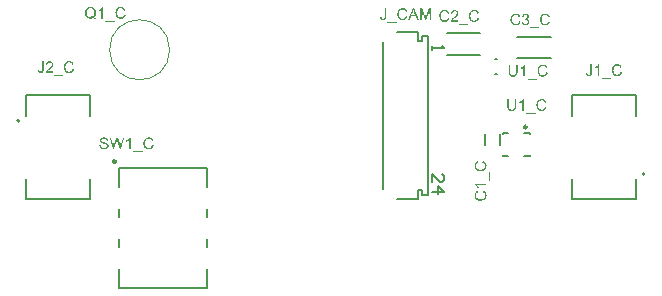
<source format=gbr>
G04*
G04 #@! TF.GenerationSoftware,Altium Limited,Altium Designer,22.4.2 (48)*
G04*
G04 Layer_Color=65535*
%FSLAX25Y25*%
%MOIN*%
G70*
G04*
G04 #@! TF.SameCoordinates,E734F9EE-B4DD-4720-9605-9BBB33E3B1F9*
G04*
G04*
G04 #@! TF.FilePolarity,Positive*
G04*
G01*
G75*
%ADD10C,0.00984*%
%ADD11C,0.00100*%
%ADD12C,0.00787*%
%ADD13C,0.00600*%
%ADD14C,0.00500*%
G36*
X268042Y106025D02*
X268092Y106021D01*
X268150Y106012D01*
X268213Y106004D01*
X268284Y105991D01*
X268358Y105975D01*
X268438Y105958D01*
X268517Y105933D01*
X268600Y105904D01*
X268683Y105871D01*
X268762Y105829D01*
X268841Y105788D01*
X268916Y105734D01*
X268920Y105729D01*
X268933Y105721D01*
X268953Y105704D01*
X268978Y105680D01*
X269012Y105650D01*
X269049Y105613D01*
X269087Y105571D01*
X269132Y105521D01*
X269178Y105467D01*
X269224Y105405D01*
X269270Y105338D01*
X269311Y105263D01*
X269357Y105184D01*
X269394Y105097D01*
X269432Y105006D01*
X269465Y104910D01*
X268966Y104793D01*
Y104798D01*
X268958Y104810D01*
X268953Y104835D01*
X268941Y104864D01*
X268929Y104897D01*
X268908Y104935D01*
X268866Y105026D01*
X268812Y105126D01*
X268741Y105230D01*
X268666Y105326D01*
X268621Y105368D01*
X268575Y105405D01*
X268571Y105409D01*
X268562Y105413D01*
X268550Y105422D01*
X268529Y105434D01*
X268504Y105451D01*
X268475Y105467D01*
X268442Y105484D01*
X268400Y105501D01*
X268354Y105517D01*
X268309Y105534D01*
X268200Y105567D01*
X268076Y105588D01*
X268009Y105596D01*
X267897D01*
X267863Y105592D01*
X267826Y105588D01*
X267780Y105584D01*
X267730Y105580D01*
X267681Y105571D01*
X267560Y105542D01*
X267435Y105505D01*
X267373Y105480D01*
X267310Y105451D01*
X267252Y105417D01*
X267194Y105380D01*
X267190Y105376D01*
X267181Y105372D01*
X267165Y105359D01*
X267144Y105342D01*
X267123Y105322D01*
X267094Y105293D01*
X267065Y105263D01*
X267032Y105230D01*
X266998Y105189D01*
X266961Y105147D01*
X266894Y105051D01*
X266832Y104939D01*
X266778Y104810D01*
Y104806D01*
X266774Y104793D01*
X266765Y104773D01*
X266761Y104748D01*
X266753Y104714D01*
X266740Y104677D01*
X266732Y104631D01*
X266720Y104585D01*
X266707Y104531D01*
X266699Y104473D01*
X266678Y104348D01*
X266665Y104215D01*
X266661Y104074D01*
Y104070D01*
Y104053D01*
Y104028D01*
X266665Y103990D01*
Y103949D01*
X266670Y103899D01*
X266674Y103845D01*
X266678Y103782D01*
X266686Y103716D01*
X266694Y103649D01*
X266720Y103504D01*
X266757Y103358D01*
X266803Y103217D01*
Y103213D01*
X266811Y103200D01*
X266819Y103183D01*
X266828Y103158D01*
X266844Y103125D01*
X266865Y103092D01*
X266911Y103013D01*
X266973Y102921D01*
X267048Y102834D01*
X267140Y102747D01*
X267190Y102709D01*
X267244Y102672D01*
X267248D01*
X267256Y102664D01*
X267273Y102655D01*
X267298Y102643D01*
X267327Y102630D01*
X267360Y102614D01*
X267398Y102601D01*
X267439Y102584D01*
X267535Y102551D01*
X267647Y102522D01*
X267768Y102501D01*
X267830Y102497D01*
X267897Y102493D01*
X267938D01*
X267968Y102497D01*
X268005Y102501D01*
X268046Y102505D01*
X268096Y102514D01*
X268146Y102522D01*
X268263Y102551D01*
X268321Y102572D01*
X268384Y102597D01*
X268446Y102626D01*
X268504Y102659D01*
X268562Y102697D01*
X268621Y102738D01*
X268625Y102743D01*
X268633Y102751D01*
X268650Y102763D01*
X268671Y102784D01*
X268691Y102809D01*
X268720Y102842D01*
X268750Y102880D01*
X268783Y102921D01*
X268816Y102971D01*
X268849Y103025D01*
X268883Y103084D01*
X268916Y103150D01*
X268945Y103221D01*
X268974Y103300D01*
X269003Y103383D01*
X269024Y103471D01*
X269532Y103342D01*
Y103333D01*
X269523Y103312D01*
X269515Y103283D01*
X269498Y103238D01*
X269482Y103188D01*
X269457Y103125D01*
X269432Y103059D01*
X269398Y102988D01*
X269361Y102909D01*
X269320Y102834D01*
X269274Y102751D01*
X269220Y102672D01*
X269161Y102597D01*
X269099Y102522D01*
X269028Y102451D01*
X268953Y102385D01*
X268949Y102381D01*
X268933Y102372D01*
X268912Y102356D01*
X268879Y102335D01*
X268841Y102310D01*
X268791Y102281D01*
X268737Y102252D01*
X268671Y102223D01*
X268600Y102193D01*
X268525Y102164D01*
X268442Y102135D01*
X268350Y102110D01*
X268254Y102089D01*
X268155Y102073D01*
X268051Y102064D01*
X267938Y102060D01*
X267880D01*
X267834Y102064D01*
X267785Y102069D01*
X267722Y102073D01*
X267655Y102081D01*
X267581Y102094D01*
X267502Y102106D01*
X267418Y102123D01*
X267335Y102144D01*
X267252Y102164D01*
X267165Y102193D01*
X267081Y102227D01*
X267002Y102264D01*
X266928Y102310D01*
X266923Y102314D01*
X266911Y102322D01*
X266890Y102335D01*
X266865Y102356D01*
X266832Y102385D01*
X266794Y102414D01*
X266753Y102451D01*
X266707Y102497D01*
X266661Y102547D01*
X266611Y102601D01*
X266566Y102659D01*
X266516Y102726D01*
X266466Y102797D01*
X266420Y102872D01*
X266378Y102955D01*
X266337Y103042D01*
X266333Y103046D01*
X266329Y103063D01*
X266320Y103092D01*
X266308Y103125D01*
X266291Y103171D01*
X266274Y103221D01*
X266258Y103283D01*
X266237Y103350D01*
X266220Y103425D01*
X266199Y103504D01*
X266183Y103587D01*
X266170Y103679D01*
X266145Y103870D01*
X266141Y103970D01*
X266137Y104070D01*
Y104078D01*
Y104095D01*
Y104128D01*
X266141Y104169D01*
X266145Y104224D01*
X266150Y104286D01*
X266158Y104352D01*
X266166Y104427D01*
X266179Y104506D01*
X266191Y104590D01*
X266233Y104768D01*
X266262Y104856D01*
X266291Y104943D01*
X266324Y105035D01*
X266366Y105118D01*
X266370Y105122D01*
X266378Y105139D01*
X266391Y105159D01*
X266407Y105193D01*
X266432Y105230D01*
X266462Y105272D01*
X266495Y105318D01*
X266532Y105372D01*
X266578Y105422D01*
X266624Y105480D01*
X266678Y105534D01*
X266736Y105592D01*
X266798Y105646D01*
X266865Y105700D01*
X266940Y105750D01*
X267015Y105796D01*
X267019Y105800D01*
X267036Y105804D01*
X267056Y105817D01*
X267090Y105833D01*
X267127Y105850D01*
X267177Y105871D01*
X267231Y105892D01*
X267289Y105912D01*
X267356Y105933D01*
X267431Y105954D01*
X267506Y105975D01*
X267589Y105991D01*
X267759Y106021D01*
X267851Y106025D01*
X267947Y106029D01*
X268001D01*
X268042Y106025D01*
D02*
G37*
G36*
X259473Y103745D02*
Y103737D01*
Y103720D01*
Y103691D01*
Y103649D01*
X259469Y103600D01*
X259464Y103545D01*
X259460Y103483D01*
X259456Y103412D01*
X259439Y103267D01*
X259419Y103113D01*
X259385Y102963D01*
X259365Y102892D01*
X259340Y102826D01*
Y102822D01*
X259335Y102809D01*
X259327Y102792D01*
X259315Y102768D01*
X259298Y102738D01*
X259281Y102705D01*
X259231Y102630D01*
X259202Y102584D01*
X259169Y102543D01*
X259127Y102493D01*
X259086Y102447D01*
X259036Y102401D01*
X258986Y102356D01*
X258928Y102314D01*
X258865Y102272D01*
X258861Y102268D01*
X258849Y102264D01*
X258832Y102252D01*
X258803Y102239D01*
X258770Y102223D01*
X258728Y102206D01*
X258682Y102185D01*
X258624Y102168D01*
X258566Y102148D01*
X258499Y102127D01*
X258424Y102110D01*
X258345Y102094D01*
X258258Y102081D01*
X258167Y102069D01*
X258071Y102064D01*
X257971Y102060D01*
X257917D01*
X257879Y102064D01*
X257834D01*
X257784Y102069D01*
X257721Y102077D01*
X257659Y102085D01*
X257518Y102106D01*
X257368Y102139D01*
X257222Y102185D01*
X257152Y102210D01*
X257085Y102243D01*
X257081Y102248D01*
X257068Y102252D01*
X257052Y102264D01*
X257031Y102277D01*
X257002Y102297D01*
X256968Y102322D01*
X256935Y102347D01*
X256898Y102381D01*
X256815Y102455D01*
X256735Y102547D01*
X256661Y102655D01*
X256627Y102718D01*
X256598Y102780D01*
Y102784D01*
X256594Y102797D01*
X256586Y102817D01*
X256577Y102847D01*
X256565Y102880D01*
X256552Y102926D01*
X256540Y102975D01*
X256527Y103034D01*
X256511Y103100D01*
X256498Y103171D01*
X256486Y103250D01*
X256478Y103337D01*
X256465Y103429D01*
X256461Y103529D01*
X256453Y103633D01*
Y103745D01*
Y105962D01*
X256960D01*
Y103745D01*
Y103741D01*
Y103724D01*
Y103699D01*
Y103662D01*
X256964Y103620D01*
Y103575D01*
X256968Y103520D01*
X256973Y103466D01*
X256981Y103346D01*
X256998Y103225D01*
X257023Y103109D01*
X257035Y103054D01*
X257052Y103009D01*
Y103005D01*
X257056Y103000D01*
X257060Y102988D01*
X257068Y102971D01*
X257093Y102926D01*
X257126Y102876D01*
X257168Y102813D01*
X257222Y102755D01*
X257289Y102697D01*
X257368Y102643D01*
X257372D01*
X257380Y102638D01*
X257393Y102630D01*
X257409Y102622D01*
X257430Y102614D01*
X257459Y102605D01*
X257488Y102593D01*
X257522Y102580D01*
X257605Y102559D01*
X257701Y102539D01*
X257809Y102522D01*
X257925Y102518D01*
X257979D01*
X258017Y102522D01*
X258063Y102526D01*
X258117Y102530D01*
X258175Y102539D01*
X258237Y102551D01*
X258366Y102580D01*
X258433Y102601D01*
X258499Y102626D01*
X258562Y102655D01*
X258620Y102688D01*
X258674Y102726D01*
X258724Y102772D01*
X258728Y102776D01*
X258736Y102784D01*
X258745Y102801D01*
X258761Y102822D01*
X258778Y102851D01*
X258799Y102888D01*
X258824Y102934D01*
X258845Y102988D01*
X258865Y103050D01*
X258890Y103121D01*
X258911Y103200D01*
X258928Y103287D01*
X258945Y103387D01*
X258957Y103496D01*
X258961Y103616D01*
X258965Y103745D01*
Y105962D01*
X259473D01*
Y103745D01*
D02*
G37*
G36*
X261902Y102123D02*
X261432D01*
Y105122D01*
X261424Y105114D01*
X261403Y105093D01*
X261366Y105064D01*
X261312Y105022D01*
X261249Y104972D01*
X261170Y104918D01*
X261083Y104860D01*
X260983Y104798D01*
X260979D01*
X260970Y104789D01*
X260958Y104781D01*
X260937Y104773D01*
X260912Y104756D01*
X260883Y104744D01*
X260816Y104706D01*
X260742Y104669D01*
X260658Y104627D01*
X260571Y104590D01*
X260488Y104556D01*
Y105010D01*
X260492Y105014D01*
X260504Y105018D01*
X260525Y105031D01*
X260554Y105043D01*
X260588Y105060D01*
X260629Y105085D01*
X260675Y105110D01*
X260721Y105134D01*
X260829Y105201D01*
X260945Y105280D01*
X261066Y105363D01*
X261178Y105459D01*
X261182Y105463D01*
X261191Y105472D01*
X261208Y105484D01*
X261228Y105505D01*
X261249Y105530D01*
X261278Y105555D01*
X261341Y105625D01*
X261411Y105700D01*
X261482Y105788D01*
X261544Y105879D01*
X261598Y105975D01*
X261902D01*
Y102123D01*
D02*
G37*
G36*
X265929Y101058D02*
X262805D01*
Y101399D01*
X265929D01*
Y101058D01*
D02*
G37*
G36*
X221296Y124902D02*
X221346Y124898D01*
X221404Y124890D01*
X221467Y124881D01*
X221537Y124869D01*
X221612Y124852D01*
X221691Y124836D01*
X221770Y124811D01*
X221853Y124781D01*
X221937Y124748D01*
X222016Y124707D01*
X222095Y124665D01*
X222170Y124611D01*
X222174Y124607D01*
X222186Y124598D01*
X222207Y124582D01*
X222232Y124557D01*
X222265Y124528D01*
X222303Y124490D01*
X222340Y124449D01*
X222386Y124399D01*
X222432Y124345D01*
X222477Y124282D01*
X222523Y124216D01*
X222565Y124141D01*
X222611Y124062D01*
X222648Y123974D01*
X222685Y123883D01*
X222719Y123787D01*
X222219Y123671D01*
Y123675D01*
X222211Y123687D01*
X222207Y123712D01*
X222195Y123741D01*
X222182Y123775D01*
X222161Y123812D01*
X222120Y123904D01*
X222066Y124004D01*
X221995Y124108D01*
X221920Y124203D01*
X221874Y124245D01*
X221829Y124282D01*
X221824Y124286D01*
X221816Y124291D01*
X221803Y124299D01*
X221783Y124311D01*
X221758Y124328D01*
X221729Y124345D01*
X221695Y124361D01*
X221654Y124378D01*
X221608Y124395D01*
X221562Y124411D01*
X221454Y124444D01*
X221329Y124465D01*
X221263Y124474D01*
X221150D01*
X221117Y124469D01*
X221080Y124465D01*
X221034Y124461D01*
X220984Y124457D01*
X220934Y124449D01*
X220813Y124419D01*
X220689Y124382D01*
X220626Y124357D01*
X220564Y124328D01*
X220506Y124295D01*
X220447Y124257D01*
X220443Y124253D01*
X220435Y124249D01*
X220418Y124237D01*
X220397Y124220D01*
X220377Y124199D01*
X220347Y124170D01*
X220318Y124141D01*
X220285Y124108D01*
X220252Y124066D01*
X220214Y124024D01*
X220148Y123929D01*
X220085Y123816D01*
X220031Y123687D01*
Y123683D01*
X220027Y123671D01*
X220019Y123650D01*
X220015Y123625D01*
X220006Y123592D01*
X219994Y123554D01*
X219986Y123509D01*
X219973Y123463D01*
X219961Y123409D01*
X219952Y123350D01*
X219932Y123226D01*
X219919Y123092D01*
X219915Y122951D01*
Y122947D01*
Y122930D01*
Y122905D01*
X219919Y122868D01*
Y122826D01*
X219923Y122776D01*
X219927Y122722D01*
X219932Y122660D01*
X219940Y122593D01*
X219948Y122527D01*
X219973Y122381D01*
X220011Y122236D01*
X220056Y122094D01*
Y122090D01*
X220065Y122077D01*
X220073Y122061D01*
X220081Y122036D01*
X220098Y122003D01*
X220119Y121969D01*
X220164Y121890D01*
X220227Y121799D01*
X220302Y121711D01*
X220393Y121624D01*
X220443Y121587D01*
X220497Y121549D01*
X220501D01*
X220510Y121541D01*
X220526Y121532D01*
X220551Y121520D01*
X220581Y121508D01*
X220614Y121491D01*
X220651Y121478D01*
X220693Y121462D01*
X220789Y121429D01*
X220901Y121399D01*
X221021Y121379D01*
X221084Y121374D01*
X221150Y121370D01*
X221192D01*
X221221Y121374D01*
X221259Y121379D01*
X221300Y121383D01*
X221350Y121391D01*
X221400Y121399D01*
X221516Y121429D01*
X221575Y121449D01*
X221637Y121474D01*
X221700Y121503D01*
X221758Y121537D01*
X221816Y121574D01*
X221874Y121616D01*
X221878Y121620D01*
X221887Y121628D01*
X221903Y121641D01*
X221924Y121661D01*
X221945Y121686D01*
X221974Y121720D01*
X222003Y121757D01*
X222037Y121799D01*
X222070Y121849D01*
X222103Y121903D01*
X222136Y121961D01*
X222170Y122028D01*
X222199Y122098D01*
X222228Y122177D01*
X222257Y122260D01*
X222278Y122348D01*
X222785Y122219D01*
Y122211D01*
X222777Y122190D01*
X222769Y122161D01*
X222752Y122115D01*
X222735Y122065D01*
X222710Y122003D01*
X222685Y121936D01*
X222652Y121865D01*
X222615Y121786D01*
X222573Y121711D01*
X222527Y121628D01*
X222473Y121549D01*
X222415Y121474D01*
X222353Y121399D01*
X222282Y121329D01*
X222207Y121262D01*
X222203Y121258D01*
X222186Y121250D01*
X222165Y121233D01*
X222132Y121212D01*
X222095Y121187D01*
X222045Y121158D01*
X221991Y121129D01*
X221924Y121100D01*
X221853Y121071D01*
X221779Y121042D01*
X221695Y121012D01*
X221604Y120987D01*
X221508Y120967D01*
X221408Y120950D01*
X221304Y120942D01*
X221192Y120938D01*
X221134D01*
X221088Y120942D01*
X221038Y120946D01*
X220976Y120950D01*
X220909Y120958D01*
X220834Y120971D01*
X220755Y120983D01*
X220672Y121000D01*
X220589Y121021D01*
X220506Y121042D01*
X220418Y121071D01*
X220335Y121104D01*
X220256Y121141D01*
X220181Y121187D01*
X220177Y121191D01*
X220164Y121200D01*
X220144Y121212D01*
X220119Y121233D01*
X220085Y121262D01*
X220048Y121291D01*
X220006Y121329D01*
X219961Y121374D01*
X219915Y121424D01*
X219865Y121478D01*
X219819Y121537D01*
X219769Y121603D01*
X219719Y121674D01*
X219674Y121749D01*
X219632Y121832D01*
X219590Y121919D01*
X219586Y121923D01*
X219582Y121940D01*
X219574Y121969D01*
X219561Y122003D01*
X219545Y122048D01*
X219528Y122098D01*
X219511Y122161D01*
X219491Y122227D01*
X219474Y122302D01*
X219453Y122381D01*
X219437Y122464D01*
X219424Y122556D01*
X219399Y122747D01*
X219395Y122847D01*
X219391Y122947D01*
Y122955D01*
Y122972D01*
Y123005D01*
X219395Y123047D01*
X219399Y123101D01*
X219403Y123163D01*
X219411Y123230D01*
X219420Y123305D01*
X219432Y123384D01*
X219445Y123467D01*
X219486Y123646D01*
X219515Y123733D01*
X219545Y123820D01*
X219578Y123912D01*
X219619Y123995D01*
X219624Y123999D01*
X219632Y124016D01*
X219644Y124037D01*
X219661Y124070D01*
X219686Y124108D01*
X219715Y124149D01*
X219748Y124195D01*
X219786Y124249D01*
X219832Y124299D01*
X219877Y124357D01*
X219932Y124411D01*
X219990Y124469D01*
X220052Y124523D01*
X220119Y124578D01*
X220194Y124627D01*
X220269Y124673D01*
X220273Y124677D01*
X220289Y124682D01*
X220310Y124694D01*
X220343Y124711D01*
X220381Y124727D01*
X220431Y124748D01*
X220485Y124769D01*
X220543Y124790D01*
X220610Y124811D01*
X220685Y124831D01*
X220759Y124852D01*
X220843Y124869D01*
X221013Y124898D01*
X221105Y124902D01*
X221200Y124906D01*
X221254D01*
X221296Y124902D01*
D02*
G37*
G36*
X230639Y121000D02*
X230149D01*
Y124216D01*
X229025Y121000D01*
X228568D01*
X227461Y124270D01*
Y121000D01*
X226970D01*
Y124840D01*
X227731D01*
X228643Y122119D01*
Y122115D01*
X228647Y122102D01*
X228655Y122082D01*
X228663Y122057D01*
X228672Y122028D01*
X228684Y121990D01*
X228713Y121907D01*
X228742Y121815D01*
X228771Y121720D01*
X228801Y121632D01*
X228813Y121591D01*
X228826Y121553D01*
Y121557D01*
X228830Y121562D01*
X228834Y121574D01*
X228838Y121591D01*
X228846Y121616D01*
X228855Y121641D01*
X228863Y121674D01*
X228875Y121707D01*
X228888Y121749D01*
X228905Y121795D01*
X228921Y121844D01*
X228938Y121903D01*
X228959Y121961D01*
X228979Y122028D01*
X229005Y122094D01*
X229029Y122169D01*
X229953Y124840D01*
X230639D01*
Y121000D01*
D02*
G37*
G36*
X215726Y122223D02*
Y122219D01*
Y122202D01*
Y122177D01*
Y122144D01*
X215722Y122102D01*
Y122057D01*
X215717Y122003D01*
X215709Y121949D01*
X215697Y121828D01*
X215676Y121703D01*
X215647Y121582D01*
X215626Y121528D01*
X215605Y121474D01*
Y121470D01*
X215601Y121462D01*
X215593Y121449D01*
X215584Y121433D01*
X215555Y121383D01*
X215514Y121325D01*
X215464Y121262D01*
X215401Y121195D01*
X215322Y121133D01*
X215235Y121075D01*
X215231D01*
X215222Y121071D01*
X215210Y121062D01*
X215189Y121054D01*
X215168Y121042D01*
X215139Y121033D01*
X215106Y121021D01*
X215069Y121008D01*
X214981Y120979D01*
X214881Y120958D01*
X214769Y120942D01*
X214644Y120938D01*
X214594D01*
X214561Y120942D01*
X214519Y120946D01*
X214469Y120954D01*
X214415Y120963D01*
X214357Y120975D01*
X214295Y120987D01*
X214232Y121008D01*
X214166Y121029D01*
X214103Y121058D01*
X214037Y121091D01*
X213979Y121129D01*
X213920Y121175D01*
X213866Y121225D01*
X213862Y121229D01*
X213854Y121237D01*
X213841Y121254D01*
X213825Y121279D01*
X213804Y121308D01*
X213783Y121345D01*
X213758Y121391D01*
X213733Y121441D01*
X213712Y121499D01*
X213687Y121562D01*
X213667Y121632D01*
X213646Y121711D01*
X213633Y121795D01*
X213621Y121886D01*
X213613Y121982D01*
Y122086D01*
X214070Y122152D01*
Y122148D01*
Y122132D01*
X214074Y122111D01*
Y122082D01*
X214078Y122044D01*
X214083Y122003D01*
X214095Y121911D01*
X214116Y121811D01*
X214145Y121711D01*
X214162Y121666D01*
X214182Y121620D01*
X214207Y121582D01*
X214232Y121549D01*
X214241Y121541D01*
X214261Y121524D01*
X214295Y121499D01*
X214340Y121470D01*
X214399Y121441D01*
X214469Y121416D01*
X214548Y121399D01*
X214640Y121391D01*
X214673D01*
X214707Y121395D01*
X214752Y121404D01*
X214806Y121412D01*
X214861Y121429D01*
X214915Y121449D01*
X214969Y121478D01*
X214977Y121483D01*
X214994Y121495D01*
X215014Y121516D01*
X215048Y121541D01*
X215077Y121574D01*
X215110Y121616D01*
X215139Y121661D01*
X215164Y121715D01*
X215168Y121724D01*
X215173Y121745D01*
X215181Y121782D01*
X215193Y121832D01*
X215202Y121899D01*
X215210Y121982D01*
X215214Y122077D01*
X215218Y122136D01*
Y122194D01*
Y124840D01*
X215726D01*
Y122223D01*
D02*
G37*
G36*
X226583Y121000D02*
X226005D01*
X225560Y122161D01*
X223946D01*
X223530Y121000D01*
X222993D01*
X224462Y124840D01*
X225011D01*
X226583Y121000D01*
D02*
G37*
G36*
X219183Y119935D02*
X216059D01*
Y120276D01*
X219183D01*
Y119935D01*
D02*
G37*
G36*
X245144Y124302D02*
X245194Y124298D01*
X245252Y124290D01*
X245314Y124281D01*
X245385Y124269D01*
X245460Y124252D01*
X245539Y124235D01*
X245618Y124211D01*
X245701Y124181D01*
X245784Y124148D01*
X245863Y124107D01*
X245942Y124065D01*
X246017Y124011D01*
X246021Y124007D01*
X246034Y123998D01*
X246055Y123982D01*
X246080Y123957D01*
X246113Y123928D01*
X246150Y123890D01*
X246188Y123849D01*
X246234Y123799D01*
X246279Y123745D01*
X246325Y123682D01*
X246371Y123616D01*
X246412Y123541D01*
X246458Y123462D01*
X246496Y123374D01*
X246533Y123283D01*
X246566Y123187D01*
X246067Y123071D01*
Y123075D01*
X246059Y123087D01*
X246055Y123112D01*
X246042Y123141D01*
X246030Y123175D01*
X246009Y123212D01*
X245967Y123304D01*
X245913Y123404D01*
X245843Y123507D01*
X245768Y123603D01*
X245722Y123645D01*
X245676Y123682D01*
X245672Y123686D01*
X245664Y123691D01*
X245651Y123699D01*
X245630Y123711D01*
X245605Y123728D01*
X245576Y123745D01*
X245543Y123761D01*
X245501Y123778D01*
X245456Y123795D01*
X245410Y123811D01*
X245302Y123845D01*
X245177Y123865D01*
X245110Y123874D01*
X244998D01*
X244965Y123869D01*
X244927Y123865D01*
X244882Y123861D01*
X244832Y123857D01*
X244782Y123849D01*
X244661Y123819D01*
X244536Y123782D01*
X244474Y123757D01*
X244411Y123728D01*
X244353Y123695D01*
X244295Y123657D01*
X244291Y123653D01*
X244283Y123649D01*
X244266Y123636D01*
X244245Y123620D01*
X244224Y123599D01*
X244195Y123570D01*
X244166Y123541D01*
X244133Y123507D01*
X244099Y123466D01*
X244062Y123424D01*
X243995Y123329D01*
X243933Y123216D01*
X243879Y123087D01*
Y123083D01*
X243875Y123071D01*
X243867Y123050D01*
X243862Y123025D01*
X243854Y122992D01*
X243842Y122954D01*
X243833Y122908D01*
X243821Y122863D01*
X243808Y122809D01*
X243800Y122750D01*
X243779Y122626D01*
X243767Y122493D01*
X243763Y122351D01*
Y122347D01*
Y122330D01*
Y122305D01*
X243767Y122268D01*
Y122226D01*
X243771Y122176D01*
X243775Y122122D01*
X243779Y122060D01*
X243788Y121993D01*
X243796Y121927D01*
X243821Y121781D01*
X243858Y121635D01*
X243904Y121494D01*
Y121490D01*
X243912Y121477D01*
X243921Y121461D01*
X243929Y121436D01*
X243946Y121403D01*
X243966Y121369D01*
X244012Y121290D01*
X244075Y121199D01*
X244149Y121111D01*
X244241Y121024D01*
X244291Y120987D01*
X244345Y120949D01*
X244349D01*
X244357Y120941D01*
X244374Y120932D01*
X244399Y120920D01*
X244428Y120907D01*
X244461Y120891D01*
X244499Y120878D01*
X244541Y120862D01*
X244636Y120828D01*
X244748Y120799D01*
X244869Y120779D01*
X244932Y120774D01*
X244998Y120770D01*
X245040D01*
X245069Y120774D01*
X245106Y120779D01*
X245148Y120783D01*
X245198Y120791D01*
X245248Y120799D01*
X245364Y120828D01*
X245422Y120849D01*
X245485Y120874D01*
X245547Y120903D01*
X245605Y120937D01*
X245664Y120974D01*
X245722Y121016D01*
X245726Y121020D01*
X245734Y121028D01*
X245751Y121041D01*
X245772Y121061D01*
X245793Y121086D01*
X245822Y121120D01*
X245851Y121157D01*
X245884Y121199D01*
X245917Y121249D01*
X245951Y121303D01*
X245984Y121361D01*
X246017Y121428D01*
X246046Y121498D01*
X246076Y121577D01*
X246105Y121660D01*
X246125Y121748D01*
X246633Y121619D01*
Y121611D01*
X246625Y121590D01*
X246616Y121561D01*
X246600Y121515D01*
X246583Y121465D01*
X246558Y121403D01*
X246533Y121336D01*
X246500Y121265D01*
X246462Y121186D01*
X246421Y121111D01*
X246375Y121028D01*
X246321Y120949D01*
X246263Y120874D01*
X246200Y120799D01*
X246130Y120729D01*
X246055Y120662D01*
X246051Y120658D01*
X246034Y120650D01*
X246013Y120633D01*
X245980Y120612D01*
X245942Y120587D01*
X245893Y120558D01*
X245838Y120529D01*
X245772Y120500D01*
X245701Y120471D01*
X245626Y120442D01*
X245543Y120413D01*
X245451Y120387D01*
X245356Y120367D01*
X245256Y120350D01*
X245152Y120342D01*
X245040Y120338D01*
X244981D01*
X244936Y120342D01*
X244886Y120346D01*
X244823Y120350D01*
X244757Y120358D01*
X244682Y120371D01*
X244603Y120383D01*
X244520Y120400D01*
X244437Y120421D01*
X244353Y120442D01*
X244266Y120471D01*
X244183Y120504D01*
X244104Y120541D01*
X244029Y120587D01*
X244025Y120591D01*
X244012Y120600D01*
X243991Y120612D01*
X243966Y120633D01*
X243933Y120662D01*
X243896Y120691D01*
X243854Y120729D01*
X243808Y120774D01*
X243763Y120824D01*
X243713Y120878D01*
X243667Y120937D01*
X243617Y121003D01*
X243567Y121074D01*
X243521Y121149D01*
X243480Y121232D01*
X243438Y121319D01*
X243434Y121324D01*
X243430Y121340D01*
X243421Y121369D01*
X243409Y121403D01*
X243392Y121448D01*
X243376Y121498D01*
X243359Y121561D01*
X243338Y121627D01*
X243322Y121702D01*
X243301Y121781D01*
X243284Y121864D01*
X243272Y121956D01*
X243247Y122147D01*
X243243Y122247D01*
X243238Y122347D01*
Y122355D01*
Y122372D01*
Y122405D01*
X243243Y122447D01*
X243247Y122501D01*
X243251Y122563D01*
X243259Y122630D01*
X243267Y122705D01*
X243280Y122784D01*
X243292Y122867D01*
X243334Y123046D01*
X243363Y123133D01*
X243392Y123221D01*
X243426Y123312D01*
X243467Y123395D01*
X243471Y123399D01*
X243480Y123416D01*
X243492Y123437D01*
X243509Y123470D01*
X243534Y123507D01*
X243563Y123549D01*
X243596Y123595D01*
X243634Y123649D01*
X243679Y123699D01*
X243725Y123757D01*
X243779Y123811D01*
X243837Y123869D01*
X243900Y123924D01*
X243966Y123978D01*
X244041Y124028D01*
X244116Y124073D01*
X244120Y124077D01*
X244137Y124082D01*
X244158Y124094D01*
X244191Y124111D01*
X244229Y124127D01*
X244278Y124148D01*
X244333Y124169D01*
X244391Y124190D01*
X244457Y124211D01*
X244532Y124231D01*
X244607Y124252D01*
X244690Y124269D01*
X244861Y124298D01*
X244952Y124302D01*
X245048Y124306D01*
X245102D01*
X245144Y124302D01*
D02*
G37*
G36*
X235305D02*
X235355Y124298D01*
X235413Y124290D01*
X235476Y124281D01*
X235547Y124269D01*
X235621Y124252D01*
X235700Y124235D01*
X235780Y124211D01*
X235863Y124181D01*
X235946Y124148D01*
X236025Y124107D01*
X236104Y124065D01*
X236179Y124011D01*
X236183Y124007D01*
X236195Y123998D01*
X236216Y123982D01*
X236241Y123957D01*
X236275Y123928D01*
X236312Y123890D01*
X236349Y123849D01*
X236395Y123799D01*
X236441Y123745D01*
X236487Y123682D01*
X236532Y123616D01*
X236574Y123541D01*
X236620Y123462D01*
X236657Y123374D01*
X236695Y123283D01*
X236728Y123187D01*
X236229Y123071D01*
Y123075D01*
X236221Y123087D01*
X236216Y123112D01*
X236204Y123141D01*
X236191Y123175D01*
X236171Y123212D01*
X236129Y123304D01*
X236075Y123404D01*
X236004Y123507D01*
X235929Y123603D01*
X235883Y123645D01*
X235838Y123682D01*
X235834Y123686D01*
X235825Y123691D01*
X235813Y123699D01*
X235792Y123711D01*
X235767Y123728D01*
X235738Y123745D01*
X235705Y123761D01*
X235663Y123778D01*
X235617Y123795D01*
X235572Y123811D01*
X235463Y123845D01*
X235339Y123865D01*
X235272Y123874D01*
X235160D01*
X235126Y123869D01*
X235089Y123865D01*
X235043Y123861D01*
X234993Y123857D01*
X234943Y123849D01*
X234823Y123819D01*
X234698Y123782D01*
X234635Y123757D01*
X234573Y123728D01*
X234515Y123695D01*
X234457Y123657D01*
X234453Y123653D01*
X234444Y123649D01*
X234427Y123636D01*
X234407Y123620D01*
X234386Y123599D01*
X234357Y123570D01*
X234328Y123541D01*
X234294Y123507D01*
X234261Y123466D01*
X234224Y123424D01*
X234157Y123329D01*
X234095Y123216D01*
X234041Y123087D01*
Y123083D01*
X234036Y123071D01*
X234028Y123050D01*
X234024Y123025D01*
X234016Y122992D01*
X234003Y122954D01*
X233995Y122908D01*
X233982Y122863D01*
X233970Y122809D01*
X233962Y122750D01*
X233941Y122626D01*
X233928Y122493D01*
X233924Y122351D01*
Y122347D01*
Y122330D01*
Y122305D01*
X233928Y122268D01*
Y122226D01*
X233932Y122176D01*
X233937Y122122D01*
X233941Y122060D01*
X233949Y121993D01*
X233957Y121927D01*
X233982Y121781D01*
X234020Y121635D01*
X234066Y121494D01*
Y121490D01*
X234074Y121477D01*
X234082Y121461D01*
X234091Y121436D01*
X234107Y121403D01*
X234128Y121369D01*
X234174Y121290D01*
X234236Y121199D01*
X234311Y121111D01*
X234403Y121024D01*
X234453Y120987D01*
X234507Y120949D01*
X234511D01*
X234519Y120941D01*
X234536Y120932D01*
X234561Y120920D01*
X234590Y120907D01*
X234623Y120891D01*
X234661Y120878D01*
X234702Y120862D01*
X234798Y120828D01*
X234910Y120799D01*
X235031Y120779D01*
X235093Y120774D01*
X235160Y120770D01*
X235201D01*
X235230Y120774D01*
X235268Y120779D01*
X235309Y120783D01*
X235359Y120791D01*
X235409Y120799D01*
X235526Y120828D01*
X235584Y120849D01*
X235646Y120874D01*
X235709Y120903D01*
X235767Y120937D01*
X235825Y120974D01*
X235883Y121016D01*
X235888Y121020D01*
X235896Y121028D01*
X235913Y121041D01*
X235933Y121061D01*
X235954Y121086D01*
X235983Y121120D01*
X236013Y121157D01*
X236046Y121199D01*
X236079Y121249D01*
X236112Y121303D01*
X236146Y121361D01*
X236179Y121428D01*
X236208Y121498D01*
X236237Y121577D01*
X236266Y121660D01*
X236287Y121748D01*
X236795Y121619D01*
Y121611D01*
X236786Y121590D01*
X236778Y121561D01*
X236761Y121515D01*
X236745Y121465D01*
X236720Y121403D01*
X236695Y121336D01*
X236661Y121265D01*
X236624Y121186D01*
X236582Y121111D01*
X236537Y121028D01*
X236483Y120949D01*
X236424Y120874D01*
X236362Y120799D01*
X236291Y120729D01*
X236216Y120662D01*
X236212Y120658D01*
X236195Y120650D01*
X236175Y120633D01*
X236141Y120612D01*
X236104Y120587D01*
X236054Y120558D01*
X236000Y120529D01*
X235933Y120500D01*
X235863Y120471D01*
X235788Y120442D01*
X235705Y120413D01*
X235613Y120387D01*
X235517Y120367D01*
X235418Y120350D01*
X235314Y120342D01*
X235201Y120338D01*
X235143D01*
X235097Y120342D01*
X235047Y120346D01*
X234985Y120350D01*
X234918Y120358D01*
X234843Y120371D01*
X234765Y120383D01*
X234681Y120400D01*
X234598Y120421D01*
X234515Y120442D01*
X234427Y120471D01*
X234344Y120504D01*
X234265Y120541D01*
X234190Y120587D01*
X234186Y120591D01*
X234174Y120600D01*
X234153Y120612D01*
X234128Y120633D01*
X234095Y120662D01*
X234057Y120691D01*
X234016Y120729D01*
X233970Y120774D01*
X233924Y120824D01*
X233874Y120878D01*
X233828Y120937D01*
X233779Y121003D01*
X233729Y121074D01*
X233683Y121149D01*
X233641Y121232D01*
X233600Y121319D01*
X233595Y121324D01*
X233591Y121340D01*
X233583Y121369D01*
X233571Y121403D01*
X233554Y121448D01*
X233537Y121498D01*
X233521Y121561D01*
X233500Y121627D01*
X233483Y121702D01*
X233462Y121781D01*
X233446Y121864D01*
X233433Y121956D01*
X233408Y122147D01*
X233404Y122247D01*
X233400Y122347D01*
Y122355D01*
Y122372D01*
Y122405D01*
X233404Y122447D01*
X233408Y122501D01*
X233413Y122563D01*
X233421Y122630D01*
X233429Y122705D01*
X233442Y122784D01*
X233454Y122867D01*
X233496Y123046D01*
X233525Y123133D01*
X233554Y123221D01*
X233587Y123312D01*
X233629Y123395D01*
X233633Y123399D01*
X233641Y123416D01*
X233654Y123437D01*
X233670Y123470D01*
X233695Y123507D01*
X233724Y123549D01*
X233758Y123595D01*
X233795Y123649D01*
X233841Y123699D01*
X233887Y123757D01*
X233941Y123811D01*
X233999Y123869D01*
X234061Y123924D01*
X234128Y123978D01*
X234203Y124028D01*
X234278Y124073D01*
X234282Y124077D01*
X234299Y124082D01*
X234319Y124094D01*
X234353Y124111D01*
X234390Y124127D01*
X234440Y124148D01*
X234494Y124169D01*
X234552Y124190D01*
X234619Y124211D01*
X234694Y124231D01*
X234769Y124252D01*
X234852Y124269D01*
X235022Y124298D01*
X235114Y124302D01*
X235210Y124306D01*
X235264D01*
X235305Y124302D01*
D02*
G37*
G36*
X238592Y124248D02*
X238637Y124244D01*
X238691Y124235D01*
X238754Y124227D01*
X238816Y124215D01*
X238887Y124198D01*
X238958Y124177D01*
X239033Y124152D01*
X239103Y124123D01*
X239178Y124086D01*
X239249Y124044D01*
X239316Y123998D01*
X239378Y123944D01*
X239382Y123940D01*
X239390Y123932D01*
X239407Y123911D01*
X239428Y123890D01*
X239453Y123861D01*
X239482Y123824D01*
X239511Y123782D01*
X239540Y123732D01*
X239569Y123682D01*
X239598Y123624D01*
X239628Y123562D01*
X239652Y123495D01*
X239673Y123420D01*
X239690Y123345D01*
X239698Y123266D01*
X239702Y123183D01*
Y123179D01*
Y123175D01*
Y123162D01*
Y123146D01*
X239698Y123100D01*
X239690Y123042D01*
X239677Y122971D01*
X239661Y122896D01*
X239640Y122813D01*
X239607Y122730D01*
Y122725D01*
X239603Y122721D01*
X239598Y122709D01*
X239590Y122692D01*
X239565Y122646D01*
X239532Y122588D01*
X239486Y122517D01*
X239432Y122438D01*
X239370Y122355D01*
X239291Y122264D01*
X239286Y122259D01*
X239282Y122251D01*
X239266Y122239D01*
X239249Y122218D01*
X239224Y122193D01*
X239195Y122164D01*
X239162Y122126D01*
X239120Y122089D01*
X239070Y122043D01*
X239016Y121993D01*
X238958Y121935D01*
X238891Y121877D01*
X238821Y121810D01*
X238741Y121744D01*
X238654Y121669D01*
X238563Y121590D01*
X238558Y121586D01*
X238546Y121573D01*
X238521Y121556D01*
X238496Y121531D01*
X238459Y121502D01*
X238421Y121469D01*
X238334Y121394D01*
X238242Y121315D01*
X238155Y121232D01*
X238113Y121195D01*
X238076Y121161D01*
X238043Y121128D01*
X238018Y121103D01*
X238013Y121099D01*
X237997Y121082D01*
X237976Y121057D01*
X237947Y121024D01*
X237914Y120987D01*
X237880Y120945D01*
X237814Y120853D01*
X239707D01*
Y120400D01*
X237165D01*
Y120408D01*
Y120429D01*
Y120462D01*
X237169Y120504D01*
X237173Y120554D01*
X237186Y120608D01*
X237198Y120666D01*
X237219Y120724D01*
Y120729D01*
X237223Y120737D01*
X237227Y120749D01*
X237235Y120770D01*
X237248Y120791D01*
X237261Y120820D01*
X237294Y120887D01*
X237335Y120966D01*
X237389Y121053D01*
X237452Y121145D01*
X237527Y121236D01*
X237531Y121240D01*
X237535Y121249D01*
X237547Y121261D01*
X237568Y121282D01*
X237589Y121303D01*
X237618Y121332D01*
X237647Y121365D01*
X237685Y121403D01*
X237726Y121444D01*
X237772Y121486D01*
X237822Y121536D01*
X237880Y121586D01*
X237939Y121640D01*
X238005Y121694D01*
X238072Y121752D01*
X238147Y121814D01*
X238155Y121819D01*
X238176Y121839D01*
X238205Y121864D01*
X238246Y121902D01*
X238296Y121943D01*
X238355Y121993D01*
X238421Y122047D01*
X238488Y122110D01*
X238629Y122239D01*
X238766Y122376D01*
X238833Y122443D01*
X238895Y122509D01*
X238949Y122572D01*
X238995Y122630D01*
X238999Y122634D01*
X239003Y122642D01*
X239016Y122659D01*
X239029Y122680D01*
X239049Y122709D01*
X239066Y122738D01*
X239107Y122813D01*
X239149Y122900D01*
X239187Y122996D01*
X239212Y123096D01*
X239216Y123146D01*
X239220Y123196D01*
Y123200D01*
Y123208D01*
Y123225D01*
X239216Y123241D01*
Y123266D01*
X239207Y123295D01*
X239195Y123358D01*
X239170Y123433D01*
X239132Y123512D01*
X239112Y123553D01*
X239083Y123591D01*
X239053Y123628D01*
X239016Y123666D01*
X239012Y123670D01*
X239008Y123674D01*
X238995Y123682D01*
X238979Y123695D01*
X238958Y123711D01*
X238933Y123728D01*
X238875Y123765D01*
X238795Y123799D01*
X238708Y123832D01*
X238604Y123853D01*
X238546Y123861D01*
X238454D01*
X238429Y123857D01*
X238400D01*
X238367Y123849D01*
X238292Y123836D01*
X238205Y123811D01*
X238113Y123774D01*
X238068Y123749D01*
X238022Y123724D01*
X237980Y123691D01*
X237939Y123653D01*
X237934Y123649D01*
X237930Y123645D01*
X237922Y123632D01*
X237905Y123616D01*
X237893Y123595D01*
X237876Y123570D01*
X237855Y123541D01*
X237839Y123507D01*
X237818Y123470D01*
X237801Y123428D01*
X237768Y123329D01*
X237743Y123221D01*
X237739Y123158D01*
X237735Y123091D01*
X237252Y123141D01*
Y123150D01*
X237256Y123166D01*
X237261Y123191D01*
X237265Y123229D01*
X237273Y123275D01*
X237285Y123329D01*
X237298Y123387D01*
X237319Y123449D01*
X237339Y123512D01*
X237365Y123582D01*
X237398Y123649D01*
X237431Y123715D01*
X237473Y123786D01*
X237518Y123849D01*
X237568Y123911D01*
X237627Y123965D01*
X237631Y123969D01*
X237643Y123978D01*
X237660Y123990D01*
X237685Y124011D01*
X237718Y124032D01*
X237760Y124057D01*
X237805Y124082D01*
X237860Y124111D01*
X237918Y124136D01*
X237984Y124161D01*
X238055Y124186D01*
X238134Y124206D01*
X238217Y124227D01*
X238305Y124240D01*
X238400Y124248D01*
X238500Y124252D01*
X238554D01*
X238592Y124248D01*
D02*
G37*
G36*
X243030Y119335D02*
X239906D01*
Y119676D01*
X243030D01*
Y119335D01*
D02*
G37*
G36*
X268844Y123102D02*
X268894Y123098D01*
X268952Y123090D01*
X269014Y123081D01*
X269085Y123069D01*
X269160Y123052D01*
X269239Y123036D01*
X269318Y123011D01*
X269401Y122981D01*
X269484Y122948D01*
X269563Y122907D01*
X269642Y122865D01*
X269717Y122811D01*
X269721Y122807D01*
X269734Y122798D01*
X269755Y122782D01*
X269780Y122757D01*
X269813Y122728D01*
X269850Y122690D01*
X269888Y122649D01*
X269934Y122599D01*
X269979Y122545D01*
X270025Y122482D01*
X270071Y122416D01*
X270112Y122341D01*
X270158Y122262D01*
X270196Y122174D01*
X270233Y122083D01*
X270266Y121987D01*
X269767Y121871D01*
Y121875D01*
X269759Y121887D01*
X269755Y121912D01*
X269742Y121941D01*
X269730Y121975D01*
X269709Y122012D01*
X269667Y122104D01*
X269613Y122204D01*
X269543Y122308D01*
X269468Y122403D01*
X269422Y122445D01*
X269376Y122482D01*
X269372Y122486D01*
X269364Y122491D01*
X269351Y122499D01*
X269330Y122511D01*
X269305Y122528D01*
X269276Y122545D01*
X269243Y122561D01*
X269201Y122578D01*
X269156Y122595D01*
X269110Y122611D01*
X269002Y122644D01*
X268877Y122665D01*
X268810Y122674D01*
X268698D01*
X268665Y122669D01*
X268627Y122665D01*
X268582Y122661D01*
X268532Y122657D01*
X268482Y122649D01*
X268361Y122619D01*
X268236Y122582D01*
X268174Y122557D01*
X268111Y122528D01*
X268053Y122495D01*
X267995Y122457D01*
X267991Y122453D01*
X267983Y122449D01*
X267966Y122436D01*
X267945Y122420D01*
X267924Y122399D01*
X267895Y122370D01*
X267866Y122341D01*
X267833Y122308D01*
X267799Y122266D01*
X267762Y122224D01*
X267695Y122129D01*
X267633Y122016D01*
X267579Y121887D01*
Y121883D01*
X267575Y121871D01*
X267567Y121850D01*
X267562Y121825D01*
X267554Y121792D01*
X267542Y121754D01*
X267533Y121709D01*
X267521Y121663D01*
X267508Y121609D01*
X267500Y121550D01*
X267479Y121426D01*
X267467Y121292D01*
X267463Y121151D01*
Y121147D01*
Y121130D01*
Y121105D01*
X267467Y121068D01*
Y121026D01*
X267471Y120976D01*
X267475Y120922D01*
X267479Y120860D01*
X267488Y120793D01*
X267496Y120727D01*
X267521Y120581D01*
X267558Y120436D01*
X267604Y120294D01*
Y120290D01*
X267612Y120277D01*
X267621Y120261D01*
X267629Y120236D01*
X267646Y120203D01*
X267666Y120169D01*
X267712Y120090D01*
X267775Y119999D01*
X267849Y119911D01*
X267941Y119824D01*
X267991Y119787D01*
X268045Y119749D01*
X268049D01*
X268057Y119741D01*
X268074Y119732D01*
X268099Y119720D01*
X268128Y119708D01*
X268161Y119691D01*
X268199Y119678D01*
X268240Y119662D01*
X268336Y119629D01*
X268448Y119599D01*
X268569Y119579D01*
X268632Y119574D01*
X268698Y119570D01*
X268740D01*
X268769Y119574D01*
X268806Y119579D01*
X268848Y119583D01*
X268898Y119591D01*
X268948Y119599D01*
X269064Y119629D01*
X269122Y119649D01*
X269185Y119674D01*
X269247Y119703D01*
X269305Y119737D01*
X269364Y119774D01*
X269422Y119816D01*
X269426Y119820D01*
X269434Y119828D01*
X269451Y119841D01*
X269472Y119861D01*
X269493Y119886D01*
X269522Y119920D01*
X269551Y119957D01*
X269584Y119999D01*
X269617Y120049D01*
X269651Y120103D01*
X269684Y120161D01*
X269717Y120228D01*
X269746Y120298D01*
X269776Y120377D01*
X269805Y120460D01*
X269825Y120548D01*
X270333Y120419D01*
Y120411D01*
X270325Y120390D01*
X270316Y120361D01*
X270300Y120315D01*
X270283Y120265D01*
X270258Y120203D01*
X270233Y120136D01*
X270200Y120065D01*
X270162Y119986D01*
X270121Y119911D01*
X270075Y119828D01*
X270021Y119749D01*
X269963Y119674D01*
X269900Y119599D01*
X269830Y119529D01*
X269755Y119462D01*
X269751Y119458D01*
X269734Y119450D01*
X269713Y119433D01*
X269680Y119412D01*
X269642Y119387D01*
X269592Y119358D01*
X269538Y119329D01*
X269472Y119300D01*
X269401Y119271D01*
X269326Y119242D01*
X269243Y119212D01*
X269151Y119187D01*
X269056Y119167D01*
X268956Y119150D01*
X268852Y119142D01*
X268740Y119138D01*
X268681D01*
X268636Y119142D01*
X268586Y119146D01*
X268523Y119150D01*
X268457Y119158D01*
X268382Y119171D01*
X268303Y119183D01*
X268220Y119200D01*
X268137Y119221D01*
X268053Y119242D01*
X267966Y119271D01*
X267883Y119304D01*
X267804Y119341D01*
X267729Y119387D01*
X267725Y119391D01*
X267712Y119400D01*
X267691Y119412D01*
X267666Y119433D01*
X267633Y119462D01*
X267596Y119491D01*
X267554Y119529D01*
X267508Y119574D01*
X267463Y119624D01*
X267413Y119678D01*
X267367Y119737D01*
X267317Y119803D01*
X267267Y119874D01*
X267221Y119949D01*
X267180Y120032D01*
X267138Y120119D01*
X267134Y120124D01*
X267130Y120140D01*
X267121Y120169D01*
X267109Y120203D01*
X267092Y120248D01*
X267076Y120298D01*
X267059Y120361D01*
X267038Y120427D01*
X267022Y120502D01*
X267001Y120581D01*
X266984Y120664D01*
X266972Y120756D01*
X266947Y120947D01*
X266943Y121047D01*
X266938Y121147D01*
Y121155D01*
Y121172D01*
Y121205D01*
X266943Y121247D01*
X266947Y121301D01*
X266951Y121363D01*
X266959Y121430D01*
X266968Y121505D01*
X266980Y121584D01*
X266992Y121667D01*
X267034Y121846D01*
X267063Y121933D01*
X267092Y122020D01*
X267126Y122112D01*
X267167Y122195D01*
X267171Y122199D01*
X267180Y122216D01*
X267192Y122237D01*
X267209Y122270D01*
X267234Y122308D01*
X267263Y122349D01*
X267296Y122395D01*
X267334Y122449D01*
X267379Y122499D01*
X267425Y122557D01*
X267479Y122611D01*
X267537Y122669D01*
X267600Y122723D01*
X267666Y122778D01*
X267741Y122827D01*
X267816Y122873D01*
X267820Y122877D01*
X267837Y122882D01*
X267858Y122894D01*
X267891Y122911D01*
X267929Y122927D01*
X267978Y122948D01*
X268033Y122969D01*
X268091Y122990D01*
X268157Y123011D01*
X268232Y123031D01*
X268307Y123052D01*
X268390Y123069D01*
X268561Y123098D01*
X268652Y123102D01*
X268748Y123106D01*
X268802D01*
X268844Y123102D01*
D02*
G37*
G36*
X259005D02*
X259055Y123098D01*
X259113Y123090D01*
X259176Y123081D01*
X259247Y123069D01*
X259321Y123052D01*
X259401Y123036D01*
X259479Y123011D01*
X259563Y122981D01*
X259646Y122948D01*
X259725Y122907D01*
X259804Y122865D01*
X259879Y122811D01*
X259883Y122807D01*
X259895Y122798D01*
X259916Y122782D01*
X259941Y122757D01*
X259975Y122728D01*
X260012Y122690D01*
X260049Y122649D01*
X260095Y122599D01*
X260141Y122545D01*
X260187Y122482D01*
X260232Y122416D01*
X260274Y122341D01*
X260320Y122262D01*
X260357Y122174D01*
X260395Y122083D01*
X260428Y121987D01*
X259929Y121871D01*
Y121875D01*
X259921Y121887D01*
X259916Y121912D01*
X259904Y121941D01*
X259891Y121975D01*
X259871Y122012D01*
X259829Y122104D01*
X259775Y122204D01*
X259704Y122308D01*
X259629Y122403D01*
X259583Y122445D01*
X259538Y122482D01*
X259534Y122486D01*
X259525Y122491D01*
X259513Y122499D01*
X259492Y122511D01*
X259467Y122528D01*
X259438Y122545D01*
X259405Y122561D01*
X259363Y122578D01*
X259317Y122595D01*
X259272Y122611D01*
X259163Y122644D01*
X259039Y122665D01*
X258972Y122674D01*
X258860D01*
X258826Y122669D01*
X258789Y122665D01*
X258743Y122661D01*
X258693Y122657D01*
X258643Y122649D01*
X258523Y122619D01*
X258398Y122582D01*
X258335Y122557D01*
X258273Y122528D01*
X258215Y122495D01*
X258157Y122457D01*
X258153Y122453D01*
X258144Y122449D01*
X258127Y122436D01*
X258107Y122420D01*
X258086Y122399D01*
X258057Y122370D01*
X258028Y122341D01*
X257994Y122308D01*
X257961Y122266D01*
X257924Y122224D01*
X257857Y122129D01*
X257795Y122016D01*
X257741Y121887D01*
Y121883D01*
X257736Y121871D01*
X257728Y121850D01*
X257724Y121825D01*
X257716Y121792D01*
X257703Y121754D01*
X257695Y121709D01*
X257682Y121663D01*
X257670Y121609D01*
X257662Y121550D01*
X257641Y121426D01*
X257628Y121292D01*
X257624Y121151D01*
Y121147D01*
Y121130D01*
Y121105D01*
X257628Y121068D01*
Y121026D01*
X257632Y120976D01*
X257637Y120922D01*
X257641Y120860D01*
X257649Y120793D01*
X257657Y120727D01*
X257682Y120581D01*
X257720Y120436D01*
X257766Y120294D01*
Y120290D01*
X257774Y120277D01*
X257782Y120261D01*
X257791Y120236D01*
X257807Y120203D01*
X257828Y120169D01*
X257874Y120090D01*
X257936Y119999D01*
X258011Y119911D01*
X258103Y119824D01*
X258153Y119787D01*
X258207Y119749D01*
X258211D01*
X258219Y119741D01*
X258236Y119732D01*
X258261Y119720D01*
X258290Y119708D01*
X258323Y119691D01*
X258361Y119678D01*
X258402Y119662D01*
X258498Y119629D01*
X258610Y119599D01*
X258731Y119579D01*
X258793Y119574D01*
X258860Y119570D01*
X258901D01*
X258930Y119574D01*
X258968Y119579D01*
X259009Y119583D01*
X259059Y119591D01*
X259109Y119599D01*
X259226Y119629D01*
X259284Y119649D01*
X259346Y119674D01*
X259409Y119703D01*
X259467Y119737D01*
X259525Y119774D01*
X259583Y119816D01*
X259588Y119820D01*
X259596Y119828D01*
X259613Y119841D01*
X259633Y119861D01*
X259654Y119886D01*
X259683Y119920D01*
X259713Y119957D01*
X259746Y119999D01*
X259779Y120049D01*
X259812Y120103D01*
X259846Y120161D01*
X259879Y120228D01*
X259908Y120298D01*
X259937Y120377D01*
X259966Y120460D01*
X259987Y120548D01*
X260495Y120419D01*
Y120411D01*
X260486Y120390D01*
X260478Y120361D01*
X260461Y120315D01*
X260445Y120265D01*
X260420Y120203D01*
X260395Y120136D01*
X260361Y120065D01*
X260324Y119986D01*
X260282Y119911D01*
X260237Y119828D01*
X260183Y119749D01*
X260124Y119674D01*
X260062Y119599D01*
X259991Y119529D01*
X259916Y119462D01*
X259912Y119458D01*
X259895Y119450D01*
X259875Y119433D01*
X259841Y119412D01*
X259804Y119387D01*
X259754Y119358D01*
X259700Y119329D01*
X259633Y119300D01*
X259563Y119271D01*
X259488Y119242D01*
X259405Y119212D01*
X259313Y119187D01*
X259217Y119167D01*
X259118Y119150D01*
X259014Y119142D01*
X258901Y119138D01*
X258843D01*
X258797Y119142D01*
X258747Y119146D01*
X258685Y119150D01*
X258618Y119158D01*
X258543Y119171D01*
X258465Y119183D01*
X258381Y119200D01*
X258298Y119221D01*
X258215Y119242D01*
X258127Y119271D01*
X258044Y119304D01*
X257965Y119341D01*
X257890Y119387D01*
X257886Y119391D01*
X257874Y119400D01*
X257853Y119412D01*
X257828Y119433D01*
X257795Y119462D01*
X257757Y119491D01*
X257716Y119529D01*
X257670Y119574D01*
X257624Y119624D01*
X257574Y119678D01*
X257528Y119737D01*
X257479Y119803D01*
X257429Y119874D01*
X257383Y119949D01*
X257341Y120032D01*
X257300Y120119D01*
X257295Y120124D01*
X257291Y120140D01*
X257283Y120169D01*
X257271Y120203D01*
X257254Y120248D01*
X257237Y120298D01*
X257221Y120361D01*
X257200Y120427D01*
X257183Y120502D01*
X257162Y120581D01*
X257146Y120664D01*
X257133Y120756D01*
X257108Y120947D01*
X257104Y121047D01*
X257100Y121147D01*
Y121155D01*
Y121172D01*
Y121205D01*
X257104Y121247D01*
X257108Y121301D01*
X257113Y121363D01*
X257121Y121430D01*
X257129Y121505D01*
X257142Y121584D01*
X257154Y121667D01*
X257196Y121846D01*
X257225Y121933D01*
X257254Y122020D01*
X257287Y122112D01*
X257329Y122195D01*
X257333Y122199D01*
X257341Y122216D01*
X257354Y122237D01*
X257370Y122270D01*
X257395Y122308D01*
X257424Y122349D01*
X257458Y122395D01*
X257495Y122449D01*
X257541Y122499D01*
X257587Y122557D01*
X257641Y122611D01*
X257699Y122669D01*
X257761Y122723D01*
X257828Y122778D01*
X257903Y122827D01*
X257978Y122873D01*
X257982Y122877D01*
X257999Y122882D01*
X258019Y122894D01*
X258053Y122911D01*
X258090Y122927D01*
X258140Y122948D01*
X258194Y122969D01*
X258252Y122990D01*
X258319Y123011D01*
X258394Y123031D01*
X258469Y123052D01*
X258552Y123069D01*
X258722Y123098D01*
X258814Y123102D01*
X258910Y123106D01*
X258964D01*
X259005Y123102D01*
D02*
G37*
G36*
X262213Y123048D02*
X262242Y123044D01*
X262321Y123036D01*
X262408Y123019D01*
X262508Y122994D01*
X262608Y122961D01*
X262708Y122915D01*
X262712D01*
X262720Y122911D01*
X262733Y122902D01*
X262753Y122890D01*
X262799Y122861D01*
X262857Y122819D01*
X262924Y122765D01*
X262991Y122703D01*
X263057Y122632D01*
X263115Y122549D01*
Y122545D01*
X263120Y122540D01*
X263128Y122524D01*
X263136Y122507D01*
X263149Y122486D01*
X263161Y122461D01*
X263186Y122399D01*
X263211Y122324D01*
X263236Y122241D01*
X263253Y122149D01*
X263257Y122054D01*
Y122050D01*
Y122041D01*
Y122029D01*
Y122012D01*
X263248Y121962D01*
X263240Y121904D01*
X263224Y121833D01*
X263199Y121758D01*
X263165Y121679D01*
X263120Y121600D01*
Y121596D01*
X263115Y121592D01*
X263095Y121567D01*
X263065Y121530D01*
X263020Y121484D01*
X262966Y121430D01*
X262895Y121376D01*
X262816Y121326D01*
X262724Y121276D01*
X262729D01*
X262741Y121272D01*
X262758Y121267D01*
X262783Y121259D01*
X262807Y121251D01*
X262841Y121238D01*
X262920Y121205D01*
X263003Y121159D01*
X263090Y121105D01*
X263178Y121035D01*
X263253Y120947D01*
X263257Y120943D01*
X263261Y120935D01*
X263269Y120922D01*
X263282Y120901D01*
X263298Y120881D01*
X263315Y120852D01*
X263332Y120818D01*
X263348Y120777D01*
X263365Y120735D01*
X263382Y120689D01*
X263415Y120585D01*
X263436Y120465D01*
X263444Y120398D01*
Y120332D01*
Y120327D01*
Y120311D01*
X263440Y120282D01*
Y120248D01*
X263432Y120203D01*
X263423Y120153D01*
X263415Y120099D01*
X263398Y120036D01*
X263377Y119970D01*
X263352Y119903D01*
X263323Y119832D01*
X263286Y119762D01*
X263244Y119687D01*
X263194Y119616D01*
X263140Y119545D01*
X263074Y119479D01*
X263070Y119475D01*
X263057Y119462D01*
X263036Y119445D01*
X263007Y119425D01*
X262974Y119400D01*
X262928Y119371D01*
X262878Y119337D01*
X262820Y119308D01*
X262758Y119275D01*
X262687Y119242D01*
X262612Y119212D01*
X262529Y119187D01*
X262441Y119167D01*
X262350Y119150D01*
X262254Y119138D01*
X262150Y119133D01*
X262129D01*
X262100Y119138D01*
X262067D01*
X262021Y119142D01*
X261971Y119150D01*
X261917Y119158D01*
X261855Y119171D01*
X261788Y119187D01*
X261722Y119208D01*
X261651Y119229D01*
X261580Y119258D01*
X261510Y119296D01*
X261443Y119333D01*
X261372Y119379D01*
X261310Y119433D01*
X261306Y119437D01*
X261297Y119445D01*
X261281Y119462D01*
X261256Y119487D01*
X261231Y119516D01*
X261202Y119554D01*
X261173Y119595D01*
X261139Y119645D01*
X261106Y119695D01*
X261073Y119757D01*
X261039Y119820D01*
X261010Y119891D01*
X260985Y119965D01*
X260961Y120045D01*
X260944Y120128D01*
X260931Y120215D01*
X261401Y120277D01*
Y120273D01*
X261406Y120261D01*
X261410Y120240D01*
X261418Y120211D01*
X261426Y120178D01*
X261435Y120140D01*
X261464Y120053D01*
X261501Y119957D01*
X261547Y119861D01*
X261605Y119774D01*
X261639Y119737D01*
X261672Y119699D01*
X261676D01*
X261680Y119691D01*
X261693Y119683D01*
X261705Y119670D01*
X261747Y119645D01*
X261805Y119612D01*
X261876Y119579D01*
X261955Y119554D01*
X262050Y119533D01*
X262150Y119525D01*
X262183D01*
X262209Y119529D01*
X262233Y119533D01*
X262271Y119537D01*
X262346Y119554D01*
X262437Y119579D01*
X262533Y119620D01*
X262579Y119649D01*
X262625Y119678D01*
X262670Y119712D01*
X262716Y119753D01*
X262720Y119757D01*
X262724Y119766D01*
X262737Y119778D01*
X262753Y119795D01*
X262770Y119816D01*
X262787Y119845D01*
X262807Y119874D01*
X262832Y119911D01*
X262874Y119995D01*
X262907Y120090D01*
X262936Y120203D01*
X262941Y120261D01*
X262945Y120323D01*
Y120327D01*
Y120336D01*
Y120357D01*
X262941Y120377D01*
X262936Y120406D01*
X262932Y120436D01*
X262920Y120510D01*
X262891Y120598D01*
X262853Y120685D01*
X262828Y120731D01*
X262799Y120773D01*
X262766Y120814D01*
X262729Y120856D01*
X262724Y120860D01*
X262720Y120864D01*
X262708Y120877D01*
X262691Y120889D01*
X262670Y120906D01*
X262645Y120922D01*
X262583Y120964D01*
X262504Y121001D01*
X262412Y121035D01*
X262308Y121060D01*
X262250Y121064D01*
X262192Y121068D01*
X262167D01*
X262138Y121064D01*
X262100D01*
X262050Y121055D01*
X261996Y121047D01*
X261930Y121035D01*
X261859Y121018D01*
X261909Y121430D01*
X261917D01*
X261938Y121426D01*
X261963Y121421D01*
X262017D01*
X262038Y121426D01*
X262067D01*
X262096Y121430D01*
X262167Y121442D01*
X262250Y121459D01*
X262342Y121488D01*
X262437Y121525D01*
X262529Y121580D01*
X262533D01*
X262541Y121588D01*
X262550Y121596D01*
X262566Y121609D01*
X262608Y121646D01*
X262654Y121700D01*
X262695Y121767D01*
X262737Y121850D01*
X262753Y121896D01*
X262762Y121950D01*
X262770Y122004D01*
X262774Y122062D01*
Y122066D01*
Y122075D01*
Y122087D01*
X262770Y122108D01*
X262766Y122154D01*
X262753Y122216D01*
X262733Y122283D01*
X262699Y122353D01*
X262654Y122428D01*
X262629Y122461D01*
X262595Y122495D01*
X262587Y122503D01*
X262562Y122520D01*
X262525Y122549D01*
X262475Y122582D01*
X262408Y122611D01*
X262329Y122640D01*
X262242Y122657D01*
X262142Y122665D01*
X262117D01*
X262096Y122661D01*
X262071D01*
X262046Y122657D01*
X261980Y122644D01*
X261909Y122624D01*
X261830Y122590D01*
X261755Y122549D01*
X261680Y122491D01*
X261672Y122482D01*
X261651Y122457D01*
X261618Y122420D01*
X261584Y122362D01*
X261543Y122291D01*
X261505Y122199D01*
X261472Y122095D01*
X261447Y121975D01*
X260977Y122058D01*
Y122062D01*
X260981Y122079D01*
X260985Y122104D01*
X260994Y122137D01*
X261006Y122174D01*
X261019Y122220D01*
X261035Y122270D01*
X261056Y122324D01*
X261110Y122445D01*
X261139Y122503D01*
X261177Y122565D01*
X261218Y122624D01*
X261264Y122682D01*
X261314Y122740D01*
X261368Y122790D01*
X261372Y122794D01*
X261381Y122803D01*
X261401Y122815D01*
X261422Y122832D01*
X261455Y122853D01*
X261489Y122873D01*
X261530Y122898D01*
X261580Y122923D01*
X261630Y122944D01*
X261688Y122969D01*
X261751Y122990D01*
X261817Y123011D01*
X261892Y123027D01*
X261967Y123040D01*
X262046Y123048D01*
X262129Y123052D01*
X262183D01*
X262213Y123048D01*
D02*
G37*
G36*
X266730Y118135D02*
X263606D01*
Y118476D01*
X266730D01*
Y118135D01*
D02*
G37*
G36*
X121702Y81802D02*
X121747Y81798D01*
X121793Y81794D01*
X121847Y81790D01*
X121964Y81773D01*
X122093Y81748D01*
X122222Y81711D01*
X122346Y81665D01*
X122351D01*
X122359Y81656D01*
X122380Y81652D01*
X122400Y81640D01*
X122425Y81623D01*
X122459Y81607D01*
X122529Y81565D01*
X122613Y81507D01*
X122696Y81436D01*
X122775Y81357D01*
X122846Y81261D01*
X122850Y81257D01*
X122854Y81249D01*
X122862Y81236D01*
X122875Y81216D01*
X122887Y81191D01*
X122904Y81161D01*
X122916Y81124D01*
X122937Y81087D01*
X122970Y80999D01*
X123000Y80895D01*
X123024Y80783D01*
X123037Y80658D01*
X122550Y80621D01*
Y80625D01*
X122546Y80637D01*
Y80654D01*
X122542Y80679D01*
X122534Y80712D01*
X122525Y80745D01*
X122500Y80825D01*
X122467Y80912D01*
X122417Y81003D01*
X122359Y81091D01*
X122321Y81128D01*
X122280Y81166D01*
X122276Y81170D01*
X122272Y81174D01*
X122255Y81182D01*
X122238Y81195D01*
X122213Y81207D01*
X122184Y81224D01*
X122151Y81240D01*
X122113Y81261D01*
X122068Y81278D01*
X122018Y81295D01*
X121964Y81311D01*
X121905Y81324D01*
X121839Y81336D01*
X121768Y81344D01*
X121693Y81353D01*
X121573D01*
X121539Y81349D01*
X121502D01*
X121460Y81344D01*
X121410Y81340D01*
X121361Y81332D01*
X121248Y81311D01*
X121140Y81282D01*
X121036Y81240D01*
X120986Y81211D01*
X120944Y81182D01*
X120940D01*
X120936Y81174D01*
X120911Y81153D01*
X120878Y81116D01*
X120841Y81066D01*
X120803Y81007D01*
X120770Y80937D01*
X120745Y80862D01*
X120741Y80820D01*
X120737Y80775D01*
Y80770D01*
Y80766D01*
X120741Y80741D01*
X120745Y80704D01*
X120753Y80658D01*
X120774Y80604D01*
X120799Y80546D01*
X120832Y80492D01*
X120882Y80438D01*
X120890Y80433D01*
X120899Y80425D01*
X120915Y80413D01*
X120936Y80400D01*
X120961Y80388D01*
X120994Y80371D01*
X121032Y80350D01*
X121078Y80329D01*
X121132Y80309D01*
X121194Y80288D01*
X121265Y80263D01*
X121348Y80238D01*
X121435Y80213D01*
X121535Y80184D01*
X121648Y80159D01*
X121656D01*
X121677Y80155D01*
X121706Y80146D01*
X121747Y80134D01*
X121797Y80126D01*
X121855Y80109D01*
X121918Y80097D01*
X121985Y80076D01*
X122126Y80038D01*
X122267Y80001D01*
X122334Y79980D01*
X122392Y79959D01*
X122450Y79938D01*
X122496Y79918D01*
X122500D01*
X122513Y79909D01*
X122529Y79901D01*
X122550Y79888D01*
X122579Y79876D01*
X122613Y79855D01*
X122683Y79809D01*
X122767Y79755D01*
X122846Y79689D01*
X122925Y79610D01*
X122958Y79568D01*
X122991Y79527D01*
Y79522D01*
X123000Y79514D01*
X123008Y79502D01*
X123016Y79485D01*
X123029Y79464D01*
X123041Y79435D01*
X123074Y79369D01*
X123103Y79289D01*
X123128Y79198D01*
X123145Y79094D01*
X123153Y78982D01*
Y78977D01*
Y78969D01*
Y78952D01*
X123149Y78932D01*
Y78903D01*
X123145Y78873D01*
X123133Y78794D01*
X123112Y78707D01*
X123079Y78611D01*
X123033Y78512D01*
X123008Y78457D01*
X122975Y78408D01*
Y78403D01*
X122966Y78395D01*
X122958Y78383D01*
X122941Y78362D01*
X122904Y78316D01*
X122846Y78254D01*
X122775Y78187D01*
X122687Y78116D01*
X122588Y78050D01*
X122471Y77987D01*
X122467D01*
X122455Y77979D01*
X122438Y77975D01*
X122413Y77962D01*
X122384Y77954D01*
X122346Y77942D01*
X122305Y77925D01*
X122255Y77912D01*
X122205Y77900D01*
X122147Y77883D01*
X122022Y77863D01*
X121885Y77846D01*
X121735Y77838D01*
X121685D01*
X121648Y77842D01*
X121602D01*
X121552Y77846D01*
X121494Y77850D01*
X121427Y77858D01*
X121290Y77875D01*
X121144Y77900D01*
X120999Y77937D01*
X120857Y77987D01*
X120853D01*
X120841Y77996D01*
X120824Y78004D01*
X120799Y78017D01*
X120770Y78033D01*
X120737Y78050D01*
X120657Y78100D01*
X120570Y78162D01*
X120479Y78241D01*
X120387Y78333D01*
X120308Y78441D01*
X120304Y78445D01*
X120300Y78453D01*
X120291Y78470D01*
X120279Y78495D01*
X120262Y78524D01*
X120246Y78557D01*
X120225Y78599D01*
X120208Y78645D01*
X120187Y78690D01*
X120171Y78745D01*
X120137Y78865D01*
X120113Y78994D01*
X120104Y79065D01*
X120100Y79136D01*
X120578Y79177D01*
Y79173D01*
Y79165D01*
X120583Y79148D01*
X120587Y79127D01*
X120591Y79102D01*
X120595Y79077D01*
X120612Y79007D01*
X120633Y78932D01*
X120657Y78853D01*
X120691Y78774D01*
X120732Y78699D01*
X120737Y78690D01*
X120757Y78670D01*
X120786Y78636D01*
X120828Y78595D01*
X120882Y78545D01*
X120949Y78499D01*
X121028Y78449D01*
X121119Y78403D01*
X121123D01*
X121132Y78399D01*
X121144Y78395D01*
X121165Y78387D01*
X121190Y78378D01*
X121219Y78366D01*
X121252Y78358D01*
X121290Y78349D01*
X121377Y78329D01*
X121481Y78308D01*
X121589Y78295D01*
X121710Y78291D01*
X121760D01*
X121785Y78295D01*
X121814D01*
X121880Y78303D01*
X121959Y78312D01*
X122047Y78324D01*
X122134Y78345D01*
X122217Y78374D01*
X122222D01*
X122226Y78378D01*
X122238Y78383D01*
X122255Y78391D01*
X122292Y78412D01*
X122342Y78437D01*
X122396Y78470D01*
X122455Y78512D01*
X122504Y78557D01*
X122550Y78611D01*
X122554Y78620D01*
X122567Y78636D01*
X122588Y78670D01*
X122608Y78711D01*
X122625Y78761D01*
X122646Y78815D01*
X122658Y78878D01*
X122663Y78940D01*
Y78944D01*
Y78948D01*
Y78969D01*
X122658Y79007D01*
X122650Y79048D01*
X122638Y79098D01*
X122617Y79152D01*
X122592Y79206D01*
X122554Y79256D01*
X122550Y79260D01*
X122534Y79277D01*
X122509Y79302D01*
X122471Y79335D01*
X122425Y79369D01*
X122363Y79406D01*
X122292Y79443D01*
X122209Y79481D01*
X122201Y79485D01*
X122193Y79489D01*
X122176Y79493D01*
X122159Y79497D01*
X122134Y79506D01*
X122101Y79518D01*
X122068Y79527D01*
X122022Y79539D01*
X121976Y79556D01*
X121918Y79568D01*
X121855Y79585D01*
X121785Y79606D01*
X121710Y79622D01*
X121623Y79647D01*
X121527Y79668D01*
X121523D01*
X121506Y79672D01*
X121477Y79681D01*
X121444Y79689D01*
X121398Y79701D01*
X121348Y79714D01*
X121298Y79730D01*
X121240Y79747D01*
X121115Y79785D01*
X120994Y79826D01*
X120936Y79847D01*
X120882Y79868D01*
X120832Y79888D01*
X120791Y79909D01*
X120786D01*
X120778Y79918D01*
X120766Y79926D01*
X120745Y79934D01*
X120695Y79963D01*
X120637Y80005D01*
X120566Y80059D01*
X120499Y80117D01*
X120433Y80188D01*
X120379Y80263D01*
Y80267D01*
X120375Y80271D01*
X120366Y80284D01*
X120358Y80300D01*
X120337Y80346D01*
X120312Y80404D01*
X120287Y80475D01*
X120266Y80558D01*
X120250Y80650D01*
X120246Y80745D01*
Y80750D01*
Y80758D01*
Y80775D01*
X120250Y80795D01*
Y80820D01*
X120254Y80849D01*
X120266Y80924D01*
X120287Y81007D01*
X120312Y81095D01*
X120354Y81191D01*
X120408Y81286D01*
Y81290D01*
X120416Y81299D01*
X120424Y81311D01*
X120437Y81328D01*
X120479Y81374D01*
X120533Y81432D01*
X120599Y81494D01*
X120682Y81557D01*
X120778Y81619D01*
X120890Y81673D01*
X120895D01*
X120903Y81677D01*
X120924Y81686D01*
X120944Y81694D01*
X120974Y81702D01*
X121011Y81715D01*
X121053Y81727D01*
X121098Y81740D01*
X121148Y81752D01*
X121202Y81765D01*
X121319Y81785D01*
X121452Y81802D01*
X121593Y81806D01*
X121664D01*
X121702Y81802D01*
D02*
G37*
G36*
X136632D02*
X136682Y81798D01*
X136740Y81790D01*
X136802Y81781D01*
X136873Y81769D01*
X136948Y81752D01*
X137027Y81735D01*
X137106Y81711D01*
X137189Y81681D01*
X137273Y81648D01*
X137352Y81607D01*
X137431Y81565D01*
X137505Y81511D01*
X137510Y81507D01*
X137522Y81498D01*
X137543Y81482D01*
X137568Y81457D01*
X137601Y81428D01*
X137639Y81390D01*
X137676Y81349D01*
X137722Y81299D01*
X137768Y81245D01*
X137813Y81182D01*
X137859Y81116D01*
X137901Y81041D01*
X137946Y80962D01*
X137984Y80874D01*
X138021Y80783D01*
X138055Y80687D01*
X137555Y80571D01*
Y80575D01*
X137547Y80587D01*
X137543Y80612D01*
X137530Y80641D01*
X137518Y80675D01*
X137497Y80712D01*
X137455Y80804D01*
X137401Y80904D01*
X137331Y81007D01*
X137256Y81103D01*
X137210Y81145D01*
X137164Y81182D01*
X137160Y81186D01*
X137152Y81191D01*
X137139Y81199D01*
X137119Y81211D01*
X137094Y81228D01*
X137065Y81245D01*
X137031Y81261D01*
X136990Y81278D01*
X136944Y81295D01*
X136898Y81311D01*
X136790Y81344D01*
X136665Y81365D01*
X136599Y81374D01*
X136486D01*
X136453Y81369D01*
X136416Y81365D01*
X136370Y81361D01*
X136320Y81357D01*
X136270Y81349D01*
X136149Y81319D01*
X136024Y81282D01*
X135962Y81257D01*
X135900Y81228D01*
X135841Y81195D01*
X135783Y81157D01*
X135779Y81153D01*
X135771Y81149D01*
X135754Y81137D01*
X135733Y81120D01*
X135713Y81099D01*
X135683Y81070D01*
X135654Y81041D01*
X135621Y81007D01*
X135588Y80966D01*
X135550Y80924D01*
X135484Y80829D01*
X135421Y80716D01*
X135367Y80587D01*
Y80583D01*
X135363Y80571D01*
X135355Y80550D01*
X135351Y80525D01*
X135342Y80492D01*
X135330Y80454D01*
X135321Y80409D01*
X135309Y80363D01*
X135296Y80309D01*
X135288Y80250D01*
X135267Y80126D01*
X135255Y79993D01*
X135251Y79851D01*
Y79847D01*
Y79830D01*
Y79805D01*
X135255Y79768D01*
Y79726D01*
X135259Y79676D01*
X135263Y79622D01*
X135267Y79560D01*
X135276Y79493D01*
X135284Y79427D01*
X135309Y79281D01*
X135346Y79136D01*
X135392Y78994D01*
Y78990D01*
X135400Y78977D01*
X135409Y78961D01*
X135417Y78936D01*
X135434Y78903D01*
X135455Y78869D01*
X135500Y78790D01*
X135563Y78699D01*
X135638Y78611D01*
X135729Y78524D01*
X135779Y78487D01*
X135833Y78449D01*
X135837D01*
X135846Y78441D01*
X135862Y78433D01*
X135887Y78420D01*
X135916Y78408D01*
X135950Y78391D01*
X135987Y78378D01*
X136029Y78362D01*
X136124Y78329D01*
X136237Y78299D01*
X136357Y78279D01*
X136420Y78274D01*
X136486Y78270D01*
X136528D01*
X136557Y78274D01*
X136594Y78279D01*
X136636Y78283D01*
X136686Y78291D01*
X136736Y78299D01*
X136852Y78329D01*
X136911Y78349D01*
X136973Y78374D01*
X137035Y78403D01*
X137094Y78437D01*
X137152Y78474D01*
X137210Y78516D01*
X137214Y78520D01*
X137223Y78528D01*
X137239Y78541D01*
X137260Y78561D01*
X137281Y78586D01*
X137310Y78620D01*
X137339Y78657D01*
X137372Y78699D01*
X137406Y78749D01*
X137439Y78803D01*
X137472Y78861D01*
X137505Y78927D01*
X137535Y78998D01*
X137564Y79077D01*
X137593Y79160D01*
X137614Y79248D01*
X138121Y79119D01*
Y79111D01*
X138113Y79090D01*
X138104Y79061D01*
X138088Y79015D01*
X138071Y78965D01*
X138046Y78903D01*
X138021Y78836D01*
X137988Y78765D01*
X137951Y78686D01*
X137909Y78611D01*
X137863Y78528D01*
X137809Y78449D01*
X137751Y78374D01*
X137689Y78299D01*
X137618Y78229D01*
X137543Y78162D01*
X137539Y78158D01*
X137522Y78150D01*
X137501Y78133D01*
X137468Y78112D01*
X137431Y78087D01*
X137381Y78058D01*
X137327Y78029D01*
X137260Y78000D01*
X137189Y77971D01*
X137114Y77942D01*
X137031Y77912D01*
X136940Y77887D01*
X136844Y77867D01*
X136744Y77850D01*
X136640Y77842D01*
X136528Y77838D01*
X136470D01*
X136424Y77842D01*
X136374Y77846D01*
X136311Y77850D01*
X136245Y77858D01*
X136170Y77871D01*
X136091Y77883D01*
X136008Y77900D01*
X135925Y77921D01*
X135841Y77942D01*
X135754Y77971D01*
X135671Y78004D01*
X135592Y78041D01*
X135517Y78087D01*
X135513Y78091D01*
X135500Y78100D01*
X135479Y78112D01*
X135455Y78133D01*
X135421Y78162D01*
X135384Y78191D01*
X135342Y78229D01*
X135296Y78274D01*
X135251Y78324D01*
X135201Y78378D01*
X135155Y78437D01*
X135105Y78503D01*
X135055Y78574D01*
X135009Y78649D01*
X134968Y78732D01*
X134926Y78819D01*
X134922Y78824D01*
X134918Y78840D01*
X134910Y78869D01*
X134897Y78903D01*
X134880Y78948D01*
X134864Y78998D01*
X134847Y79061D01*
X134826Y79127D01*
X134810Y79202D01*
X134789Y79281D01*
X134772Y79364D01*
X134760Y79456D01*
X134735Y79647D01*
X134731Y79747D01*
X134727Y79847D01*
Y79855D01*
Y79872D01*
Y79905D01*
X134731Y79947D01*
X134735Y80001D01*
X134739Y80063D01*
X134747Y80130D01*
X134756Y80205D01*
X134768Y80284D01*
X134781Y80367D01*
X134822Y80546D01*
X134851Y80633D01*
X134880Y80721D01*
X134914Y80812D01*
X134955Y80895D01*
X134959Y80899D01*
X134968Y80916D01*
X134980Y80937D01*
X134997Y80970D01*
X135022Y81007D01*
X135051Y81049D01*
X135084Y81095D01*
X135122Y81149D01*
X135168Y81199D01*
X135213Y81257D01*
X135267Y81311D01*
X135326Y81369D01*
X135388Y81423D01*
X135455Y81478D01*
X135529Y81528D01*
X135604Y81573D01*
X135608Y81577D01*
X135625Y81582D01*
X135646Y81594D01*
X135679Y81611D01*
X135717Y81627D01*
X135767Y81648D01*
X135821Y81669D01*
X135879Y81690D01*
X135945Y81711D01*
X136020Y81731D01*
X136095Y81752D01*
X136178Y81769D01*
X136349Y81798D01*
X136441Y81802D01*
X136536Y81806D01*
X136590D01*
X136632Y81802D01*
D02*
G37*
G36*
X127384Y77900D02*
X126889D01*
X126086Y80825D01*
Y80829D01*
X126082Y80841D01*
X126078Y80858D01*
X126070Y80883D01*
X126061Y80912D01*
X126053Y80945D01*
X126032Y81020D01*
X126011Y81095D01*
X125991Y81170D01*
X125982Y81203D01*
X125974Y81232D01*
X125966Y81257D01*
X125961Y81274D01*
Y81270D01*
X125957Y81261D01*
Y81249D01*
X125949Y81228D01*
X125945Y81207D01*
X125941Y81178D01*
X125924Y81120D01*
X125907Y81049D01*
X125887Y80970D01*
X125866Y80895D01*
X125845Y80825D01*
X125038Y77900D01*
X124510D01*
X123499Y81740D01*
X124023D01*
X124601Y79219D01*
Y79215D01*
X124605Y79202D01*
X124609Y79181D01*
X124618Y79152D01*
X124626Y79115D01*
X124634Y79073D01*
X124647Y79027D01*
X124659Y78973D01*
X124672Y78915D01*
X124684Y78853D01*
X124709Y78724D01*
X124738Y78582D01*
X124763Y78437D01*
Y78445D01*
X124772Y78462D01*
X124776Y78495D01*
X124788Y78532D01*
X124797Y78582D01*
X124809Y78636D01*
X124826Y78695D01*
X124838Y78753D01*
X124872Y78878D01*
X124884Y78936D01*
X124901Y78994D01*
X124913Y79044D01*
X124921Y79086D01*
X124930Y79119D01*
X124938Y79144D01*
X125670Y81740D01*
X126282D01*
X126827Y79793D01*
X126831Y79785D01*
X126835Y79760D01*
X126848Y79722D01*
X126860Y79668D01*
X126877Y79606D01*
X126897Y79531D01*
X126918Y79448D01*
X126943Y79352D01*
X126968Y79252D01*
X126993Y79144D01*
X127018Y79031D01*
X127043Y78915D01*
X127089Y78678D01*
X127130Y78437D01*
Y78441D01*
X127135Y78453D01*
X127139Y78474D01*
X127143Y78499D01*
X127151Y78536D01*
X127160Y78578D01*
X127172Y78624D01*
X127184Y78678D01*
X127197Y78736D01*
X127209Y78799D01*
X127226Y78869D01*
X127243Y78940D01*
X127280Y79098D01*
X127322Y79269D01*
X127925Y81740D01*
X128437D01*
X127384Y77900D01*
D02*
G37*
G36*
X130492D02*
X130022D01*
Y80899D01*
X130013Y80891D01*
X129992Y80870D01*
X129955Y80841D01*
X129901Y80800D01*
X129839Y80750D01*
X129760Y80695D01*
X129672Y80637D01*
X129572Y80575D01*
X129568D01*
X129560Y80567D01*
X129547Y80558D01*
X129527Y80550D01*
X129502Y80533D01*
X129472Y80521D01*
X129406Y80483D01*
X129331Y80446D01*
X129248Y80404D01*
X129160Y80367D01*
X129077Y80334D01*
Y80787D01*
X129081Y80791D01*
X129094Y80795D01*
X129115Y80808D01*
X129144Y80820D01*
X129177Y80837D01*
X129219Y80862D01*
X129264Y80887D01*
X129310Y80912D01*
X129418Y80978D01*
X129535Y81057D01*
X129656Y81141D01*
X129768Y81236D01*
X129772Y81240D01*
X129780Y81249D01*
X129797Y81261D01*
X129818Y81282D01*
X129839Y81307D01*
X129868Y81332D01*
X129930Y81403D01*
X130001Y81478D01*
X130071Y81565D01*
X130134Y81656D01*
X130188Y81752D01*
X130492D01*
Y77900D01*
D02*
G37*
G36*
X134519Y76835D02*
X131394D01*
Y77176D01*
X134519D01*
Y76835D01*
D02*
G37*
G36*
X127343Y125316D02*
X127393Y125312D01*
X127451Y125304D01*
X127514Y125295D01*
X127584Y125283D01*
X127659Y125266D01*
X127738Y125250D01*
X127817Y125225D01*
X127900Y125196D01*
X127984Y125162D01*
X128063Y125121D01*
X128142Y125079D01*
X128217Y125025D01*
X128221Y125021D01*
X128233Y125012D01*
X128254Y124996D01*
X128279Y124971D01*
X128312Y124942D01*
X128350Y124904D01*
X128387Y124863D01*
X128433Y124813D01*
X128479Y124759D01*
X128524Y124696D01*
X128570Y124630D01*
X128612Y124555D01*
X128657Y124476D01*
X128695Y124388D01*
X128732Y124297D01*
X128766Y124201D01*
X128267Y124085D01*
Y124089D01*
X128258Y124101D01*
X128254Y124126D01*
X128242Y124155D01*
X128229Y124189D01*
X128208Y124226D01*
X128167Y124318D01*
X128112Y124417D01*
X128042Y124522D01*
X127967Y124617D01*
X127921Y124659D01*
X127875Y124696D01*
X127871Y124700D01*
X127863Y124705D01*
X127850Y124713D01*
X127830Y124725D01*
X127805Y124742D01*
X127776Y124759D01*
X127742Y124775D01*
X127701Y124792D01*
X127655Y124809D01*
X127609Y124825D01*
X127501Y124858D01*
X127376Y124879D01*
X127310Y124888D01*
X127197D01*
X127164Y124883D01*
X127127Y124879D01*
X127081Y124875D01*
X127031Y124871D01*
X126981Y124863D01*
X126860Y124834D01*
X126736Y124796D01*
X126673Y124771D01*
X126611Y124742D01*
X126552Y124709D01*
X126494Y124671D01*
X126490Y124667D01*
X126482Y124663D01*
X126465Y124651D01*
X126444Y124634D01*
X126424Y124613D01*
X126394Y124584D01*
X126365Y124555D01*
X126332Y124522D01*
X126299Y124480D01*
X126261Y124438D01*
X126195Y124343D01*
X126132Y124230D01*
X126078Y124101D01*
Y124097D01*
X126074Y124085D01*
X126066Y124064D01*
X126062Y124039D01*
X126053Y124006D01*
X126041Y123968D01*
X126032Y123923D01*
X126020Y123877D01*
X126008Y123823D01*
X125999Y123764D01*
X125978Y123640D01*
X125966Y123506D01*
X125962Y123365D01*
Y123361D01*
Y123344D01*
Y123319D01*
X125966Y123282D01*
Y123240D01*
X125970Y123190D01*
X125974Y123136D01*
X125978Y123074D01*
X125987Y123007D01*
X125995Y122941D01*
X126020Y122795D01*
X126058Y122650D01*
X126103Y122508D01*
Y122504D01*
X126112Y122492D01*
X126120Y122475D01*
X126128Y122450D01*
X126145Y122417D01*
X126166Y122383D01*
X126211Y122304D01*
X126274Y122213D01*
X126349Y122125D01*
X126440Y122038D01*
X126490Y122001D01*
X126544Y121963D01*
X126548D01*
X126557Y121955D01*
X126573Y121947D01*
X126598Y121934D01*
X126627Y121922D01*
X126661Y121905D01*
X126698Y121892D01*
X126740Y121876D01*
X126835Y121843D01*
X126948Y121813D01*
X127068Y121793D01*
X127131Y121788D01*
X127197Y121784D01*
X127239D01*
X127268Y121788D01*
X127305Y121793D01*
X127347Y121797D01*
X127397Y121805D01*
X127447Y121813D01*
X127563Y121843D01*
X127622Y121863D01*
X127684Y121888D01*
X127746Y121917D01*
X127805Y121951D01*
X127863Y121988D01*
X127921Y122030D01*
X127925Y122034D01*
X127934Y122042D01*
X127950Y122055D01*
X127971Y122075D01*
X127992Y122100D01*
X128021Y122134D01*
X128050Y122171D01*
X128083Y122213D01*
X128117Y122263D01*
X128150Y122317D01*
X128183Y122375D01*
X128217Y122441D01*
X128246Y122512D01*
X128275Y122591D01*
X128304Y122675D01*
X128325Y122762D01*
X128832Y122633D01*
Y122625D01*
X128824Y122604D01*
X128816Y122575D01*
X128799Y122529D01*
X128782Y122479D01*
X128757Y122417D01*
X128732Y122350D01*
X128699Y122279D01*
X128662Y122200D01*
X128620Y122125D01*
X128574Y122042D01*
X128520Y121963D01*
X128462Y121888D01*
X128400Y121813D01*
X128329Y121743D01*
X128254Y121676D01*
X128250Y121672D01*
X128233Y121664D01*
X128212Y121647D01*
X128179Y121626D01*
X128142Y121601D01*
X128092Y121572D01*
X128038Y121543D01*
X127971Y121514D01*
X127900Y121485D01*
X127825Y121456D01*
X127742Y121426D01*
X127651Y121402D01*
X127555Y121381D01*
X127455Y121364D01*
X127351Y121356D01*
X127239Y121352D01*
X127181D01*
X127135Y121356D01*
X127085Y121360D01*
X127023Y121364D01*
X126956Y121372D01*
X126881Y121385D01*
X126802Y121397D01*
X126719Y121414D01*
X126636Y121435D01*
X126552Y121456D01*
X126465Y121485D01*
X126382Y121518D01*
X126303Y121555D01*
X126228Y121601D01*
X126224Y121605D01*
X126211Y121614D01*
X126191Y121626D01*
X126166Y121647D01*
X126132Y121676D01*
X126095Y121705D01*
X126053Y121743D01*
X126008Y121788D01*
X125962Y121838D01*
X125912Y121892D01*
X125866Y121951D01*
X125816Y122017D01*
X125766Y122088D01*
X125721Y122163D01*
X125679Y122246D01*
X125637Y122333D01*
X125633Y122337D01*
X125629Y122354D01*
X125621Y122383D01*
X125608Y122417D01*
X125592Y122462D01*
X125575Y122512D01*
X125558Y122575D01*
X125538Y122641D01*
X125521Y122716D01*
X125500Y122795D01*
X125483Y122878D01*
X125471Y122970D01*
X125446Y123161D01*
X125442Y123261D01*
X125438Y123361D01*
Y123369D01*
Y123386D01*
Y123419D01*
X125442Y123461D01*
X125446Y123515D01*
X125450Y123577D01*
X125458Y123644D01*
X125467Y123719D01*
X125479Y123798D01*
X125492Y123881D01*
X125533Y124060D01*
X125562Y124147D01*
X125592Y124234D01*
X125625Y124326D01*
X125666Y124409D01*
X125671Y124413D01*
X125679Y124430D01*
X125691Y124451D01*
X125708Y124484D01*
X125733Y124522D01*
X125762Y124563D01*
X125795Y124609D01*
X125833Y124663D01*
X125879Y124713D01*
X125924Y124771D01*
X125978Y124825D01*
X126037Y124883D01*
X126099Y124937D01*
X126166Y124992D01*
X126241Y125041D01*
X126315Y125087D01*
X126320Y125092D01*
X126336Y125096D01*
X126357Y125108D01*
X126390Y125125D01*
X126428Y125141D01*
X126478Y125162D01*
X126532Y125183D01*
X126590Y125204D01*
X126656Y125225D01*
X126731Y125245D01*
X126806Y125266D01*
X126890Y125283D01*
X127060Y125312D01*
X127152Y125316D01*
X127247Y125320D01*
X127301D01*
X127343Y125316D01*
D02*
G37*
G36*
X121203Y121414D02*
X120733D01*
Y124413D01*
X120724Y124405D01*
X120704Y124384D01*
X120666Y124355D01*
X120612Y124313D01*
X120550Y124264D01*
X120471Y124209D01*
X120383Y124151D01*
X120283Y124089D01*
X120279D01*
X120271Y124081D01*
X120258Y124072D01*
X120238Y124064D01*
X120213Y124047D01*
X120184Y124035D01*
X120117Y123997D01*
X120042Y123960D01*
X119959Y123918D01*
X119872Y123881D01*
X119788Y123848D01*
Y124301D01*
X119792Y124305D01*
X119805Y124309D01*
X119826Y124322D01*
X119855Y124334D01*
X119888Y124351D01*
X119930Y124376D01*
X119976Y124401D01*
X120021Y124426D01*
X120130Y124492D01*
X120246Y124572D01*
X120367Y124655D01*
X120479Y124750D01*
X120483Y124755D01*
X120491Y124763D01*
X120508Y124775D01*
X120529Y124796D01*
X120550Y124821D01*
X120579Y124846D01*
X120641Y124917D01*
X120712Y124992D01*
X120783Y125079D01*
X120845Y125171D01*
X120899Y125266D01*
X121203D01*
Y121414D01*
D02*
G37*
G36*
X117188Y125316D02*
X117238Y125312D01*
X117292Y125308D01*
X117351Y125300D01*
X117417Y125287D01*
X117492Y125275D01*
X117567Y125258D01*
X117646Y125237D01*
X117729Y125212D01*
X117812Y125183D01*
X117896Y125150D01*
X117975Y125112D01*
X118058Y125066D01*
X118062Y125062D01*
X118079Y125054D01*
X118099Y125041D01*
X118129Y125021D01*
X118166Y124996D01*
X118203Y124962D01*
X118249Y124925D01*
X118299Y124883D01*
X118353Y124834D01*
X118407Y124784D01*
X118461Y124725D01*
X118515Y124663D01*
X118565Y124592D01*
X118619Y124522D01*
X118665Y124443D01*
X118711Y124359D01*
X118715Y124355D01*
X118719Y124338D01*
X118732Y124313D01*
X118744Y124280D01*
X118765Y124239D01*
X118782Y124185D01*
X118802Y124126D01*
X118823Y124060D01*
X118844Y123989D01*
X118865Y123910D01*
X118886Y123827D01*
X118902Y123735D01*
X118915Y123644D01*
X118927Y123544D01*
X118931Y123440D01*
X118936Y123336D01*
Y123332D01*
Y123315D01*
Y123290D01*
X118931Y123257D01*
Y123215D01*
X118927Y123165D01*
X118923Y123111D01*
X118919Y123053D01*
X118911Y122986D01*
X118898Y122920D01*
X118873Y122774D01*
X118840Y122629D01*
X118790Y122483D01*
Y122479D01*
X118782Y122467D01*
X118773Y122446D01*
X118761Y122421D01*
X118748Y122387D01*
X118728Y122350D01*
X118707Y122304D01*
X118682Y122258D01*
X118619Y122154D01*
X118544Y122046D01*
X118457Y121934D01*
X118353Y121826D01*
X118357Y121822D01*
X118370Y121813D01*
X118386Y121801D01*
X118416Y121784D01*
X118445Y121768D01*
X118482Y121743D01*
X118524Y121718D01*
X118570Y121689D01*
X118669Y121630D01*
X118782Y121572D01*
X118898Y121514D01*
X119010Y121468D01*
X118857Y121119D01*
X118852D01*
X118840Y121127D01*
X118815Y121135D01*
X118786Y121148D01*
X118748Y121164D01*
X118703Y121181D01*
X118653Y121206D01*
X118599Y121235D01*
X118540Y121264D01*
X118474Y121298D01*
X118336Y121377D01*
X118187Y121472D01*
X118033Y121585D01*
X118029Y121580D01*
X118012Y121576D01*
X117991Y121564D01*
X117958Y121547D01*
X117916Y121530D01*
X117871Y121510D01*
X117816Y121489D01*
X117754Y121468D01*
X117688Y121447D01*
X117613Y121426D01*
X117538Y121406D01*
X117455Y121389D01*
X117276Y121360D01*
X117184Y121356D01*
X117088Y121352D01*
X117039D01*
X117001Y121356D01*
X116955Y121360D01*
X116901Y121364D01*
X116843Y121372D01*
X116777Y121385D01*
X116706Y121397D01*
X116631Y121414D01*
X116552Y121435D01*
X116473Y121456D01*
X116390Y121485D01*
X116306Y121518D01*
X116223Y121555D01*
X116144Y121601D01*
X116140Y121605D01*
X116128Y121614D01*
X116103Y121626D01*
X116074Y121647D01*
X116040Y121672D01*
X115999Y121705D01*
X115953Y121743D01*
X115903Y121784D01*
X115853Y121830D01*
X115799Y121884D01*
X115745Y121942D01*
X115691Y122005D01*
X115637Y122071D01*
X115587Y122142D01*
X115537Y122221D01*
X115491Y122304D01*
X115487Y122308D01*
X115483Y122325D01*
X115470Y122350D01*
X115454Y122383D01*
X115437Y122429D01*
X115420Y122479D01*
X115400Y122537D01*
X115379Y122604D01*
X115354Y122679D01*
X115333Y122758D01*
X115316Y122841D01*
X115300Y122932D01*
X115283Y123024D01*
X115271Y123124D01*
X115267Y123228D01*
X115262Y123332D01*
Y123340D01*
Y123357D01*
Y123386D01*
X115267Y123427D01*
X115271Y123477D01*
X115275Y123536D01*
X115283Y123602D01*
X115291Y123677D01*
X115304Y123752D01*
X115316Y123835D01*
X115358Y124010D01*
X115387Y124097D01*
X115416Y124189D01*
X115450Y124280D01*
X115491Y124368D01*
X115495Y124372D01*
X115504Y124388D01*
X115516Y124413D01*
X115533Y124443D01*
X115558Y124484D01*
X115587Y124530D01*
X115620Y124576D01*
X115657Y124630D01*
X115703Y124688D01*
X115753Y124746D01*
X115803Y124804D01*
X115861Y124863D01*
X115928Y124921D01*
X115995Y124975D01*
X116065Y125029D01*
X116144Y125075D01*
X116148Y125079D01*
X116165Y125087D01*
X116186Y125096D01*
X116219Y125112D01*
X116261Y125133D01*
X116306Y125154D01*
X116365Y125175D01*
X116423Y125200D01*
X116494Y125220D01*
X116564Y125241D01*
X116643Y125262D01*
X116731Y125283D01*
X116818Y125300D01*
X116910Y125308D01*
X117005Y125316D01*
X117101Y125320D01*
X117151D01*
X117188Y125316D01*
D02*
G37*
G36*
X125230Y120349D02*
X122106D01*
Y120690D01*
X125230D01*
Y120349D01*
D02*
G37*
G36*
X267649Y94607D02*
X267699Y94603D01*
X267757Y94595D01*
X267819Y94587D01*
X267890Y94574D01*
X267965Y94557D01*
X268044Y94541D01*
X268123Y94516D01*
X268206Y94487D01*
X268289Y94454D01*
X268368Y94412D01*
X268447Y94370D01*
X268522Y94316D01*
X268526Y94312D01*
X268539Y94304D01*
X268560Y94287D01*
X268585Y94262D01*
X268618Y94233D01*
X268655Y94196D01*
X268693Y94154D01*
X268739Y94104D01*
X268784Y94050D01*
X268830Y93988D01*
X268876Y93921D01*
X268917Y93846D01*
X268963Y93767D01*
X269001Y93680D01*
X269038Y93588D01*
X269071Y93493D01*
X268572Y93376D01*
Y93380D01*
X268564Y93393D01*
X268560Y93418D01*
X268547Y93447D01*
X268535Y93480D01*
X268514Y93518D01*
X268472Y93609D01*
X268418Y93709D01*
X268348Y93813D01*
X268273Y93909D01*
X268227Y93950D01*
X268181Y93988D01*
X268177Y93992D01*
X268169Y93996D01*
X268156Y94004D01*
X268135Y94017D01*
X268110Y94033D01*
X268081Y94050D01*
X268048Y94067D01*
X268006Y94083D01*
X267961Y94100D01*
X267915Y94116D01*
X267807Y94150D01*
X267682Y94171D01*
X267615Y94179D01*
X267503D01*
X267470Y94175D01*
X267432Y94171D01*
X267387Y94166D01*
X267337Y94162D01*
X267287Y94154D01*
X267166Y94125D01*
X267041Y94087D01*
X266979Y94063D01*
X266916Y94033D01*
X266858Y94000D01*
X266800Y93963D01*
X266796Y93958D01*
X266788Y93954D01*
X266771Y93942D01*
X266750Y93925D01*
X266729Y93904D01*
X266700Y93875D01*
X266671Y93846D01*
X266638Y93813D01*
X266604Y93771D01*
X266567Y93730D01*
X266500Y93634D01*
X266438Y93522D01*
X266384Y93393D01*
Y93388D01*
X266380Y93376D01*
X266371Y93355D01*
X266367Y93330D01*
X266359Y93297D01*
X266347Y93260D01*
X266338Y93214D01*
X266326Y93168D01*
X266313Y93114D01*
X266305Y93056D01*
X266284Y92931D01*
X266272Y92798D01*
X266267Y92656D01*
Y92652D01*
Y92636D01*
Y92611D01*
X266272Y92573D01*
Y92532D01*
X266276Y92482D01*
X266280Y92428D01*
X266284Y92365D01*
X266293Y92299D01*
X266301Y92232D01*
X266326Y92086D01*
X266363Y91941D01*
X266409Y91799D01*
Y91795D01*
X266417Y91783D01*
X266426Y91766D01*
X266434Y91741D01*
X266451Y91708D01*
X266471Y91675D01*
X266517Y91596D01*
X266580Y91504D01*
X266654Y91417D01*
X266746Y91329D01*
X266796Y91292D01*
X266850Y91255D01*
X266854D01*
X266862Y91246D01*
X266879Y91238D01*
X266904Y91225D01*
X266933Y91213D01*
X266966Y91196D01*
X267004Y91184D01*
X267045Y91167D01*
X267141Y91134D01*
X267253Y91105D01*
X267374Y91084D01*
X267437Y91080D01*
X267503Y91076D01*
X267545D01*
X267574Y91080D01*
X267611Y91084D01*
X267653Y91088D01*
X267703Y91096D01*
X267753Y91105D01*
X267869Y91134D01*
X267927Y91155D01*
X267990Y91180D01*
X268052Y91209D01*
X268110Y91242D01*
X268169Y91279D01*
X268227Y91321D01*
X268231Y91325D01*
X268239Y91334D01*
X268256Y91346D01*
X268277Y91367D01*
X268298Y91392D01*
X268327Y91425D01*
X268356Y91462D01*
X268389Y91504D01*
X268422Y91554D01*
X268456Y91608D01*
X268489Y91666D01*
X268522Y91733D01*
X268551Y91804D01*
X268581Y91883D01*
X268610Y91966D01*
X268630Y92053D01*
X269138Y91924D01*
Y91916D01*
X269130Y91895D01*
X269121Y91866D01*
X269105Y91820D01*
X269088Y91770D01*
X269063Y91708D01*
X269038Y91641D01*
X269005Y91571D01*
X268967Y91492D01*
X268926Y91417D01*
X268880Y91334D01*
X268826Y91255D01*
X268768Y91180D01*
X268705Y91105D01*
X268635Y91034D01*
X268560Y90967D01*
X268555Y90963D01*
X268539Y90955D01*
X268518Y90938D01*
X268485Y90917D01*
X268447Y90892D01*
X268397Y90863D01*
X268343Y90834D01*
X268277Y90805D01*
X268206Y90776D01*
X268131Y90747D01*
X268048Y90718D01*
X267956Y90693D01*
X267861Y90672D01*
X267761Y90655D01*
X267657Y90647D01*
X267545Y90643D01*
X267486D01*
X267441Y90647D01*
X267391Y90651D01*
X267328Y90655D01*
X267262Y90664D01*
X267187Y90676D01*
X267108Y90689D01*
X267025Y90705D01*
X266941Y90726D01*
X266858Y90747D01*
X266771Y90776D01*
X266688Y90809D01*
X266609Y90847D01*
X266534Y90892D01*
X266530Y90897D01*
X266517Y90905D01*
X266496Y90917D01*
X266471Y90938D01*
X266438Y90967D01*
X266401Y90996D01*
X266359Y91034D01*
X266313Y91080D01*
X266267Y91130D01*
X266218Y91184D01*
X266172Y91242D01*
X266122Y91308D01*
X266072Y91379D01*
X266026Y91454D01*
X265985Y91537D01*
X265943Y91625D01*
X265939Y91629D01*
X265935Y91645D01*
X265926Y91675D01*
X265914Y91708D01*
X265897Y91754D01*
X265881Y91804D01*
X265864Y91866D01*
X265843Y91932D01*
X265827Y92007D01*
X265806Y92086D01*
X265789Y92170D01*
X265777Y92261D01*
X265752Y92453D01*
X265748Y92552D01*
X265743Y92652D01*
Y92660D01*
Y92677D01*
Y92711D01*
X265748Y92752D01*
X265752Y92806D01*
X265756Y92869D01*
X265764Y92935D01*
X265773Y93010D01*
X265785Y93089D01*
X265797Y93172D01*
X265839Y93351D01*
X265868Y93439D01*
X265897Y93526D01*
X265931Y93617D01*
X265972Y93700D01*
X265976Y93705D01*
X265985Y93721D01*
X265997Y93742D01*
X266014Y93775D01*
X266039Y93813D01*
X266068Y93854D01*
X266101Y93900D01*
X266139Y93954D01*
X266184Y94004D01*
X266230Y94063D01*
X266284Y94116D01*
X266342Y94175D01*
X266405Y94229D01*
X266471Y94283D01*
X266546Y94333D01*
X266621Y94379D01*
X266625Y94383D01*
X266642Y94387D01*
X266663Y94399D01*
X266696Y94416D01*
X266734Y94433D01*
X266783Y94454D01*
X266838Y94474D01*
X266896Y94495D01*
X266962Y94516D01*
X267037Y94537D01*
X267112Y94557D01*
X267195Y94574D01*
X267366Y94603D01*
X267457Y94607D01*
X267553Y94612D01*
X267607D01*
X267649Y94607D01*
D02*
G37*
G36*
X259079Y92328D02*
Y92319D01*
Y92303D01*
Y92274D01*
Y92232D01*
X259075Y92182D01*
X259071Y92128D01*
X259067Y92066D01*
X259062Y91995D01*
X259046Y91849D01*
X259025Y91695D01*
X258992Y91546D01*
X258971Y91475D01*
X258946Y91408D01*
Y91404D01*
X258942Y91392D01*
X258933Y91375D01*
X258921Y91350D01*
X258904Y91321D01*
X258888Y91288D01*
X258838Y91213D01*
X258809Y91167D01*
X258775Y91126D01*
X258734Y91076D01*
X258692Y91030D01*
X258642Y90984D01*
X258592Y90938D01*
X258534Y90897D01*
X258472Y90855D01*
X258468Y90851D01*
X258455Y90847D01*
X258438Y90834D01*
X258409Y90822D01*
X258376Y90805D01*
X258334Y90789D01*
X258289Y90768D01*
X258230Y90751D01*
X258172Y90730D01*
X258106Y90710D01*
X258031Y90693D01*
X257952Y90676D01*
X257864Y90664D01*
X257773Y90651D01*
X257677Y90647D01*
X257577Y90643D01*
X257523D01*
X257486Y90647D01*
X257440D01*
X257390Y90651D01*
X257328Y90660D01*
X257265Y90668D01*
X257124Y90689D01*
X256974Y90722D01*
X256828Y90768D01*
X256758Y90793D01*
X256691Y90826D01*
X256687Y90830D01*
X256675Y90834D01*
X256658Y90847D01*
X256637Y90859D01*
X256608Y90880D01*
X256575Y90905D01*
X256541Y90930D01*
X256504Y90963D01*
X256421Y91038D01*
X256342Y91130D01*
X256267Y91238D01*
X256234Y91300D01*
X256205Y91363D01*
Y91367D01*
X256200Y91379D01*
X256192Y91400D01*
X256184Y91429D01*
X256171Y91462D01*
X256159Y91508D01*
X256146Y91558D01*
X256134Y91616D01*
X256117Y91683D01*
X256105Y91754D01*
X256092Y91833D01*
X256084Y91920D01*
X256071Y92012D01*
X256067Y92111D01*
X256059Y92215D01*
Y92328D01*
Y94545D01*
X256566D01*
Y92328D01*
Y92324D01*
Y92307D01*
Y92282D01*
Y92244D01*
X256571Y92203D01*
Y92157D01*
X256575Y92103D01*
X256579Y92049D01*
X256587Y91928D01*
X256604Y91808D01*
X256629Y91691D01*
X256641Y91637D01*
X256658Y91591D01*
Y91587D01*
X256662Y91583D01*
X256666Y91571D01*
X256675Y91554D01*
X256699Y91508D01*
X256733Y91458D01*
X256774Y91396D01*
X256828Y91338D01*
X256895Y91279D01*
X256974Y91225D01*
X256978D01*
X256987Y91221D01*
X256999Y91213D01*
X257016Y91205D01*
X257036Y91196D01*
X257066Y91188D01*
X257095Y91175D01*
X257128Y91163D01*
X257211Y91142D01*
X257307Y91121D01*
X257415Y91105D01*
X257532Y91101D01*
X257586D01*
X257623Y91105D01*
X257669Y91109D01*
X257723Y91113D01*
X257781Y91121D01*
X257844Y91134D01*
X257973Y91163D01*
X258039Y91184D01*
X258106Y91209D01*
X258168Y91238D01*
X258226Y91271D01*
X258280Y91308D01*
X258330Y91354D01*
X258334Y91359D01*
X258343Y91367D01*
X258351Y91383D01*
X258368Y91404D01*
X258384Y91433D01*
X258405Y91471D01*
X258430Y91517D01*
X258451Y91571D01*
X258472Y91633D01*
X258497Y91704D01*
X258518Y91783D01*
X258534Y91870D01*
X258551Y91970D01*
X258563Y92078D01*
X258567Y92199D01*
X258572Y92328D01*
Y94545D01*
X259079D01*
Y92328D01*
D02*
G37*
G36*
X261508Y90705D02*
X261038D01*
Y93705D01*
X261030Y93696D01*
X261009Y93676D01*
X260972Y93647D01*
X260918Y93605D01*
X260855Y93555D01*
X260776Y93501D01*
X260689Y93443D01*
X260589Y93380D01*
X260585D01*
X260577Y93372D01*
X260564Y93364D01*
X260543Y93355D01*
X260518Y93339D01*
X260489Y93326D01*
X260423Y93289D01*
X260348Y93251D01*
X260265Y93210D01*
X260177Y93172D01*
X260094Y93139D01*
Y93592D01*
X260098Y93597D01*
X260111Y93601D01*
X260132Y93613D01*
X260161Y93626D01*
X260194Y93642D01*
X260236Y93667D01*
X260281Y93692D01*
X260327Y93717D01*
X260435Y93784D01*
X260552Y93863D01*
X260672Y93946D01*
X260785Y94042D01*
X260789Y94046D01*
X260797Y94054D01*
X260814Y94067D01*
X260835Y94087D01*
X260855Y94112D01*
X260884Y94137D01*
X260947Y94208D01*
X261018Y94283D01*
X261088Y94370D01*
X261151Y94462D01*
X261205Y94557D01*
X261508D01*
Y90705D01*
D02*
G37*
G36*
X265535Y89640D02*
X262411D01*
Y89982D01*
X265535D01*
Y89640D01*
D02*
G37*
G36*
X247869Y73931D02*
X247898Y73923D01*
X247944Y73906D01*
X247993Y73889D01*
X248056Y73864D01*
X248122Y73839D01*
X248193Y73806D01*
X248272Y73769D01*
X248347Y73727D01*
X248430Y73681D01*
X248509Y73627D01*
X248584Y73569D01*
X248659Y73507D01*
X248730Y73436D01*
X248796Y73361D01*
X248800Y73357D01*
X248809Y73340D01*
X248826Y73320D01*
X248846Y73286D01*
X248871Y73249D01*
X248900Y73199D01*
X248930Y73145D01*
X248959Y73078D01*
X248988Y73008D01*
X249017Y72933D01*
X249046Y72849D01*
X249071Y72758D01*
X249092Y72662D01*
X249108Y72562D01*
X249117Y72458D01*
X249121Y72346D01*
Y72288D01*
X249117Y72242D01*
X249113Y72192D01*
X249108Y72130D01*
X249100Y72063D01*
X249088Y71988D01*
X249075Y71909D01*
X249058Y71826D01*
X249038Y71743D01*
X249017Y71660D01*
X248988Y71572D01*
X248954Y71489D01*
X248917Y71410D01*
X248871Y71335D01*
X248867Y71331D01*
X248859Y71319D01*
X248846Y71298D01*
X248826Y71273D01*
X248796Y71240D01*
X248767Y71202D01*
X248730Y71160D01*
X248684Y71115D01*
X248634Y71069D01*
X248580Y71019D01*
X248522Y70973D01*
X248455Y70923D01*
X248384Y70873D01*
X248310Y70828D01*
X248226Y70786D01*
X248139Y70744D01*
X248135Y70740D01*
X248118Y70736D01*
X248089Y70728D01*
X248056Y70715D01*
X248010Y70699D01*
X247960Y70682D01*
X247898Y70665D01*
X247831Y70645D01*
X247756Y70628D01*
X247677Y70607D01*
X247594Y70591D01*
X247503Y70578D01*
X247311Y70553D01*
X247211Y70549D01*
X247112Y70545D01*
X247103D01*
X247087D01*
X247053D01*
X247012Y70549D01*
X246958Y70553D01*
X246895Y70557D01*
X246829Y70566D01*
X246754Y70574D01*
X246675Y70586D01*
X246592Y70599D01*
X246413Y70640D01*
X246325Y70670D01*
X246238Y70699D01*
X246146Y70732D01*
X246063Y70774D01*
X246059Y70778D01*
X246042Y70786D01*
X246022Y70798D01*
X245988Y70815D01*
X245951Y70840D01*
X245909Y70869D01*
X245864Y70903D01*
X245810Y70940D01*
X245760Y70986D01*
X245701Y71031D01*
X245647Y71086D01*
X245589Y71144D01*
X245535Y71206D01*
X245481Y71273D01*
X245431Y71348D01*
X245385Y71422D01*
X245381Y71427D01*
X245377Y71443D01*
X245364Y71464D01*
X245348Y71497D01*
X245331Y71535D01*
X245310Y71585D01*
X245289Y71639D01*
X245269Y71697D01*
X245248Y71764D01*
X245227Y71838D01*
X245206Y71913D01*
X245190Y71997D01*
X245161Y72167D01*
X245156Y72259D01*
X245152Y72354D01*
Y72408D01*
X245156Y72450D01*
X245161Y72500D01*
X245169Y72558D01*
X245177Y72621D01*
X245190Y72691D01*
X245206Y72766D01*
X245223Y72845D01*
X245248Y72924D01*
X245277Y73008D01*
X245310Y73091D01*
X245352Y73170D01*
X245393Y73249D01*
X245448Y73324D01*
X245452Y73328D01*
X245460Y73340D01*
X245477Y73361D01*
X245502Y73386D01*
X245531Y73419D01*
X245568Y73457D01*
X245610Y73494D01*
X245660Y73540D01*
X245714Y73586D01*
X245776Y73632D01*
X245843Y73677D01*
X245918Y73719D01*
X245997Y73765D01*
X246084Y73802D01*
X246176Y73839D01*
X246271Y73873D01*
X246388Y73374D01*
X246384D01*
X246371Y73365D01*
X246346Y73361D01*
X246317Y73349D01*
X246284Y73336D01*
X246246Y73315D01*
X246155Y73274D01*
X246055Y73220D01*
X245951Y73149D01*
X245855Y73074D01*
X245814Y73028D01*
X245776Y72983D01*
X245772Y72978D01*
X245768Y72970D01*
X245760Y72958D01*
X245747Y72937D01*
X245730Y72912D01*
X245714Y72883D01*
X245697Y72849D01*
X245680Y72808D01*
X245664Y72762D01*
X245647Y72716D01*
X245614Y72608D01*
X245593Y72483D01*
X245585Y72417D01*
Y72304D01*
X245589Y72271D01*
X245593Y72234D01*
X245597Y72188D01*
X245602Y72138D01*
X245610Y72088D01*
X245639Y71968D01*
X245676Y71843D01*
X245701Y71780D01*
X245730Y71718D01*
X245764Y71660D01*
X245801Y71601D01*
X245805Y71597D01*
X245810Y71589D01*
X245822Y71572D01*
X245839Y71552D01*
X245859Y71531D01*
X245888Y71502D01*
X245918Y71472D01*
X245951Y71439D01*
X245992Y71406D01*
X246034Y71368D01*
X246130Y71302D01*
X246242Y71240D01*
X246371Y71185D01*
X246375D01*
X246388Y71181D01*
X246409Y71173D01*
X246433Y71169D01*
X246467Y71160D01*
X246504Y71148D01*
X246550Y71140D01*
X246596Y71127D01*
X246650Y71115D01*
X246708Y71106D01*
X246833Y71086D01*
X246966Y71073D01*
X247107Y71069D01*
X247112D01*
X247128D01*
X247153D01*
X247191Y71073D01*
X247232D01*
X247282Y71077D01*
X247336Y71081D01*
X247399Y71086D01*
X247465Y71094D01*
X247532Y71102D01*
X247677Y71127D01*
X247823Y71165D01*
X247964Y71210D01*
X247969D01*
X247981Y71219D01*
X247998Y71227D01*
X248023Y71235D01*
X248056Y71252D01*
X248089Y71273D01*
X248168Y71319D01*
X248260Y71381D01*
X248347Y71456D01*
X248434Y71547D01*
X248472Y71597D01*
X248509Y71651D01*
Y71655D01*
X248518Y71664D01*
X248526Y71680D01*
X248538Y71705D01*
X248551Y71734D01*
X248568Y71768D01*
X248580Y71805D01*
X248597Y71847D01*
X248630Y71943D01*
X248659Y72055D01*
X248680Y72176D01*
X248684Y72238D01*
X248688Y72304D01*
Y72346D01*
X248684Y72375D01*
X248680Y72413D01*
X248676Y72454D01*
X248667Y72504D01*
X248659Y72554D01*
X248630Y72671D01*
X248609Y72729D01*
X248584Y72791D01*
X248555Y72854D01*
X248522Y72912D01*
X248484Y72970D01*
X248443Y73028D01*
X248439Y73032D01*
X248430Y73041D01*
X248418Y73057D01*
X248397Y73078D01*
X248372Y73099D01*
X248339Y73128D01*
X248301Y73157D01*
X248260Y73190D01*
X248210Y73224D01*
X248156Y73257D01*
X248097Y73290D01*
X248031Y73324D01*
X247960Y73353D01*
X247881Y73382D01*
X247798Y73411D01*
X247711Y73432D01*
X247840Y73939D01*
X247848D01*
X247869Y73931D01*
D02*
G37*
G36*
X250123Y67213D02*
X249782D01*
Y70337D01*
X250123D01*
Y67213D01*
D02*
G37*
G36*
X249058Y65840D02*
X246059D01*
X246067Y65832D01*
X246088Y65811D01*
X246117Y65773D01*
X246159Y65719D01*
X246209Y65657D01*
X246263Y65578D01*
X246321Y65490D01*
X246384Y65390D01*
Y65386D01*
X246392Y65378D01*
X246400Y65366D01*
X246409Y65345D01*
X246425Y65320D01*
X246438Y65291D01*
X246475Y65224D01*
X246513Y65149D01*
X246554Y65066D01*
X246592Y64979D01*
X246625Y64895D01*
X246171D01*
X246167Y64900D01*
X246163Y64912D01*
X246151Y64933D01*
X246138Y64962D01*
X246122Y64995D01*
X246096Y65037D01*
X246072Y65083D01*
X246047Y65128D01*
X245980Y65237D01*
X245901Y65353D01*
X245818Y65474D01*
X245722Y65586D01*
X245718Y65590D01*
X245710Y65598D01*
X245697Y65615D01*
X245676Y65636D01*
X245651Y65657D01*
X245626Y65686D01*
X245556Y65748D01*
X245481Y65819D01*
X245393Y65890D01*
X245302Y65952D01*
X245206Y66006D01*
Y66310D01*
X249058D01*
Y65840D01*
D02*
G37*
G36*
X247869Y64093D02*
X247898Y64084D01*
X247944Y64068D01*
X247993Y64051D01*
X248056Y64026D01*
X248122Y64001D01*
X248193Y63968D01*
X248272Y63930D01*
X248347Y63889D01*
X248430Y63843D01*
X248509Y63789D01*
X248584Y63731D01*
X248659Y63668D01*
X248730Y63598D01*
X248796Y63523D01*
X248800Y63519D01*
X248809Y63502D01*
X248826Y63481D01*
X248846Y63448D01*
X248871Y63410D01*
X248900Y63360D01*
X248930Y63306D01*
X248959Y63240D01*
X248988Y63169D01*
X249017Y63094D01*
X249046Y63011D01*
X249071Y62919D01*
X249092Y62824D01*
X249108Y62724D01*
X249117Y62620D01*
X249121Y62508D01*
Y62449D01*
X249117Y62404D01*
X249113Y62354D01*
X249108Y62291D01*
X249100Y62225D01*
X249088Y62150D01*
X249075Y62071D01*
X249058Y61988D01*
X249038Y61904D01*
X249017Y61821D01*
X248988Y61734D01*
X248954Y61651D01*
X248917Y61572D01*
X248871Y61497D01*
X248867Y61493D01*
X248859Y61480D01*
X248846Y61459D01*
X248826Y61434D01*
X248796Y61401D01*
X248767Y61364D01*
X248730Y61322D01*
X248684Y61276D01*
X248634Y61230D01*
X248580Y61181D01*
X248522Y61135D01*
X248455Y61085D01*
X248384Y61035D01*
X248310Y60989D01*
X248226Y60948D01*
X248139Y60906D01*
X248135Y60902D01*
X248118Y60898D01*
X248089Y60889D01*
X248056Y60877D01*
X248010Y60860D01*
X247960Y60844D01*
X247898Y60827D01*
X247831Y60806D01*
X247756Y60790D01*
X247677Y60769D01*
X247594Y60752D01*
X247503Y60740D01*
X247311Y60715D01*
X247211Y60711D01*
X247112Y60706D01*
X247103D01*
X247087D01*
X247053D01*
X247012Y60711D01*
X246958Y60715D01*
X246895Y60719D01*
X246829Y60727D01*
X246754Y60735D01*
X246675Y60748D01*
X246592Y60760D01*
X246413Y60802D01*
X246325Y60831D01*
X246238Y60860D01*
X246146Y60894D01*
X246063Y60935D01*
X246059Y60939D01*
X246042Y60948D01*
X246022Y60960D01*
X245988Y60977D01*
X245951Y61002D01*
X245909Y61031D01*
X245864Y61064D01*
X245810Y61102D01*
X245760Y61147D01*
X245701Y61193D01*
X245647Y61247D01*
X245589Y61305D01*
X245535Y61368D01*
X245481Y61434D01*
X245431Y61509D01*
X245385Y61584D01*
X245381Y61588D01*
X245377Y61605D01*
X245364Y61626D01*
X245348Y61659D01*
X245331Y61696D01*
X245310Y61746D01*
X245289Y61800D01*
X245269Y61859D01*
X245248Y61925D01*
X245227Y62000D01*
X245206Y62075D01*
X245190Y62158D01*
X245161Y62329D01*
X245156Y62420D01*
X245152Y62516D01*
Y62570D01*
X245156Y62612D01*
X245161Y62662D01*
X245169Y62720D01*
X245177Y62782D01*
X245190Y62853D01*
X245206Y62928D01*
X245223Y63007D01*
X245248Y63086D01*
X245277Y63169D01*
X245310Y63252D01*
X245352Y63331D01*
X245393Y63410D01*
X245448Y63485D01*
X245452Y63489D01*
X245460Y63502D01*
X245477Y63523D01*
X245502Y63548D01*
X245531Y63581D01*
X245568Y63618D01*
X245610Y63656D01*
X245660Y63702D01*
X245714Y63747D01*
X245776Y63793D01*
X245843Y63839D01*
X245918Y63880D01*
X245997Y63926D01*
X246084Y63964D01*
X246176Y64001D01*
X246271Y64034D01*
X246388Y63535D01*
X246384D01*
X246371Y63527D01*
X246346Y63523D01*
X246317Y63510D01*
X246284Y63498D01*
X246246Y63477D01*
X246155Y63435D01*
X246055Y63381D01*
X245951Y63310D01*
X245855Y63236D01*
X245814Y63190D01*
X245776Y63144D01*
X245772Y63140D01*
X245768Y63132D01*
X245760Y63119D01*
X245747Y63098D01*
X245730Y63073D01*
X245714Y63044D01*
X245697Y63011D01*
X245680Y62969D01*
X245664Y62924D01*
X245647Y62878D01*
X245614Y62770D01*
X245593Y62645D01*
X245585Y62578D01*
Y62466D01*
X245589Y62433D01*
X245593Y62395D01*
X245597Y62350D01*
X245602Y62300D01*
X245610Y62250D01*
X245639Y62129D01*
X245676Y62004D01*
X245701Y61942D01*
X245730Y61879D01*
X245764Y61821D01*
X245801Y61763D01*
X245805Y61759D01*
X245810Y61751D01*
X245822Y61734D01*
X245839Y61713D01*
X245859Y61692D01*
X245888Y61663D01*
X245918Y61634D01*
X245951Y61601D01*
X245992Y61567D01*
X246034Y61530D01*
X246130Y61463D01*
X246242Y61401D01*
X246371Y61347D01*
X246375D01*
X246388Y61343D01*
X246409Y61335D01*
X246433Y61330D01*
X246467Y61322D01*
X246504Y61310D01*
X246550Y61301D01*
X246596Y61289D01*
X246650Y61276D01*
X246708Y61268D01*
X246833Y61247D01*
X246966Y61235D01*
X247107Y61230D01*
X247112D01*
X247128D01*
X247153D01*
X247191Y61235D01*
X247232D01*
X247282Y61239D01*
X247336Y61243D01*
X247399Y61247D01*
X247465Y61256D01*
X247532Y61264D01*
X247677Y61289D01*
X247823Y61326D01*
X247964Y61372D01*
X247969D01*
X247981Y61380D01*
X247998Y61389D01*
X248023Y61397D01*
X248056Y61414D01*
X248089Y61434D01*
X248168Y61480D01*
X248260Y61542D01*
X248347Y61617D01*
X248434Y61709D01*
X248472Y61759D01*
X248509Y61813D01*
Y61817D01*
X248518Y61825D01*
X248526Y61842D01*
X248538Y61867D01*
X248551Y61896D01*
X248568Y61929D01*
X248580Y61967D01*
X248597Y62008D01*
X248630Y62104D01*
X248659Y62216D01*
X248680Y62337D01*
X248684Y62400D01*
X248688Y62466D01*
Y62508D01*
X248684Y62537D01*
X248680Y62574D01*
X248676Y62616D01*
X248667Y62666D01*
X248659Y62716D01*
X248630Y62832D01*
X248609Y62890D01*
X248584Y62953D01*
X248555Y63015D01*
X248522Y63073D01*
X248484Y63132D01*
X248443Y63190D01*
X248439Y63194D01*
X248430Y63202D01*
X248418Y63219D01*
X248397Y63240D01*
X248372Y63261D01*
X248339Y63290D01*
X248301Y63319D01*
X248260Y63352D01*
X248210Y63385D01*
X248156Y63419D01*
X248097Y63452D01*
X248031Y63485D01*
X247960Y63514D01*
X247881Y63543D01*
X247798Y63573D01*
X247711Y63593D01*
X247840Y64101D01*
X247848D01*
X247869Y64093D01*
D02*
G37*
G36*
X110127Y107241D02*
X110177Y107237D01*
X110235Y107229D01*
X110298Y107220D01*
X110368Y107208D01*
X110443Y107191D01*
X110522Y107175D01*
X110601Y107150D01*
X110685Y107121D01*
X110768Y107087D01*
X110847Y107046D01*
X110926Y107004D01*
X111001Y106950D01*
X111005Y106946D01*
X111017Y106938D01*
X111038Y106921D01*
X111063Y106896D01*
X111096Y106867D01*
X111134Y106829D01*
X111171Y106788D01*
X111217Y106738D01*
X111263Y106684D01*
X111309Y106621D01*
X111354Y106555D01*
X111396Y106480D01*
X111442Y106401D01*
X111479Y106314D01*
X111516Y106222D01*
X111550Y106126D01*
X111051Y106010D01*
Y106014D01*
X111042Y106027D01*
X111038Y106052D01*
X111026Y106081D01*
X111013Y106114D01*
X110992Y106151D01*
X110951Y106243D01*
X110897Y106343D01*
X110826Y106447D01*
X110751Y106542D01*
X110705Y106584D01*
X110660Y106621D01*
X110655Y106626D01*
X110647Y106630D01*
X110635Y106638D01*
X110614Y106651D01*
X110589Y106667D01*
X110560Y106684D01*
X110526Y106701D01*
X110485Y106717D01*
X110439Y106734D01*
X110393Y106750D01*
X110285Y106784D01*
X110160Y106805D01*
X110094Y106813D01*
X109982D01*
X109948Y106809D01*
X109911Y106805D01*
X109865Y106800D01*
X109815Y106796D01*
X109765Y106788D01*
X109644Y106759D01*
X109520Y106721D01*
X109457Y106696D01*
X109395Y106667D01*
X109337Y106634D01*
X109278Y106597D01*
X109274Y106592D01*
X109266Y106588D01*
X109249Y106576D01*
X109229Y106559D01*
X109208Y106538D01*
X109179Y106509D01*
X109150Y106480D01*
X109116Y106447D01*
X109083Y106405D01*
X109046Y106363D01*
X108979Y106268D01*
X108916Y106156D01*
X108862Y106027D01*
Y106022D01*
X108858Y106010D01*
X108850Y105989D01*
X108846Y105964D01*
X108837Y105931D01*
X108825Y105893D01*
X108817Y105848D01*
X108804Y105802D01*
X108792Y105748D01*
X108783Y105690D01*
X108763Y105565D01*
X108750Y105432D01*
X108746Y105290D01*
Y105286D01*
Y105269D01*
Y105245D01*
X108750Y105207D01*
Y105165D01*
X108754Y105115D01*
X108758Y105061D01*
X108763Y104999D01*
X108771Y104932D01*
X108779Y104866D01*
X108804Y104720D01*
X108842Y104575D01*
X108887Y104433D01*
Y104429D01*
X108896Y104417D01*
X108904Y104400D01*
X108912Y104375D01*
X108929Y104342D01*
X108950Y104308D01*
X108995Y104229D01*
X109058Y104138D01*
X109133Y104051D01*
X109224Y103963D01*
X109274Y103926D01*
X109328Y103888D01*
X109333D01*
X109341Y103880D01*
X109358Y103872D01*
X109382Y103859D01*
X109412Y103847D01*
X109445Y103830D01*
X109482Y103818D01*
X109524Y103801D01*
X109619Y103768D01*
X109732Y103739D01*
X109853Y103718D01*
X109915Y103714D01*
X109982Y103709D01*
X110023D01*
X110052Y103714D01*
X110090Y103718D01*
X110131Y103722D01*
X110181Y103730D01*
X110231Y103739D01*
X110347Y103768D01*
X110406Y103788D01*
X110468Y103813D01*
X110531Y103843D01*
X110589Y103876D01*
X110647Y103913D01*
X110705Y103955D01*
X110710Y103959D01*
X110718Y103967D01*
X110734Y103980D01*
X110755Y104001D01*
X110776Y104026D01*
X110805Y104059D01*
X110834Y104096D01*
X110868Y104138D01*
X110901Y104188D01*
X110934Y104242D01*
X110967Y104300D01*
X111001Y104367D01*
X111030Y104437D01*
X111059Y104516D01*
X111088Y104600D01*
X111109Y104687D01*
X111616Y104558D01*
Y104550D01*
X111608Y104529D01*
X111600Y104500D01*
X111583Y104454D01*
X111566Y104404D01*
X111541Y104342D01*
X111516Y104275D01*
X111483Y104204D01*
X111446Y104125D01*
X111404Y104051D01*
X111358Y103967D01*
X111304Y103888D01*
X111246Y103813D01*
X111184Y103739D01*
X111113Y103668D01*
X111038Y103601D01*
X111034Y103597D01*
X111017Y103589D01*
X110996Y103572D01*
X110963Y103551D01*
X110926Y103526D01*
X110876Y103497D01*
X110822Y103468D01*
X110755Y103439D01*
X110685Y103410D01*
X110610Y103381D01*
X110526Y103352D01*
X110435Y103327D01*
X110339Y103306D01*
X110239Y103289D01*
X110135Y103281D01*
X110023Y103277D01*
X109965D01*
X109919Y103281D01*
X109869Y103285D01*
X109807Y103289D01*
X109740Y103298D01*
X109665Y103310D01*
X109586Y103323D01*
X109503Y103339D01*
X109420Y103360D01*
X109337Y103381D01*
X109249Y103410D01*
X109166Y103443D01*
X109087Y103481D01*
X109012Y103526D01*
X109008Y103531D01*
X108995Y103539D01*
X108975Y103551D01*
X108950Y103572D01*
X108916Y103601D01*
X108879Y103630D01*
X108837Y103668D01*
X108792Y103714D01*
X108746Y103763D01*
X108696Y103818D01*
X108650Y103876D01*
X108600Y103942D01*
X108550Y104013D01*
X108505Y104088D01*
X108463Y104171D01*
X108422Y104259D01*
X108417Y104263D01*
X108413Y104279D01*
X108405Y104308D01*
X108392Y104342D01*
X108376Y104387D01*
X108359Y104437D01*
X108342Y104500D01*
X108322Y104566D01*
X108305Y104641D01*
X108284Y104720D01*
X108267Y104804D01*
X108255Y104895D01*
X108230Y105086D01*
X108226Y105186D01*
X108222Y105286D01*
Y105294D01*
Y105311D01*
Y105344D01*
X108226Y105386D01*
X108230Y105440D01*
X108234Y105502D01*
X108243Y105569D01*
X108251Y105644D01*
X108263Y105723D01*
X108276Y105806D01*
X108317Y105985D01*
X108347Y106072D01*
X108376Y106160D01*
X108409Y106251D01*
X108451Y106334D01*
X108455Y106339D01*
X108463Y106355D01*
X108475Y106376D01*
X108492Y106409D01*
X108517Y106447D01*
X108546Y106488D01*
X108580Y106534D01*
X108617Y106588D01*
X108663Y106638D01*
X108709Y106696D01*
X108763Y106750D01*
X108821Y106809D01*
X108883Y106863D01*
X108950Y106917D01*
X109025Y106967D01*
X109099Y107012D01*
X109104Y107017D01*
X109120Y107021D01*
X109141Y107033D01*
X109174Y107050D01*
X109212Y107067D01*
X109262Y107087D01*
X109316Y107108D01*
X109374Y107129D01*
X109441Y107150D01*
X109516Y107171D01*
X109590Y107191D01*
X109674Y107208D01*
X109844Y107237D01*
X109936Y107241D01*
X110031Y107245D01*
X110085D01*
X110127Y107241D01*
D02*
G37*
G36*
X101574Y104562D02*
Y104558D01*
Y104541D01*
Y104516D01*
Y104483D01*
X101570Y104442D01*
Y104396D01*
X101566Y104342D01*
X101558Y104288D01*
X101545Y104167D01*
X101524Y104042D01*
X101495Y103922D01*
X101474Y103867D01*
X101453Y103813D01*
Y103809D01*
X101449Y103801D01*
X101441Y103788D01*
X101433Y103772D01*
X101403Y103722D01*
X101362Y103664D01*
X101312Y103601D01*
X101250Y103535D01*
X101171Y103472D01*
X101083Y103414D01*
X101079D01*
X101071Y103410D01*
X101058Y103402D01*
X101038Y103393D01*
X101017Y103381D01*
X100988Y103373D01*
X100954Y103360D01*
X100917Y103348D01*
X100830Y103318D01*
X100730Y103298D01*
X100617Y103281D01*
X100493Y103277D01*
X100443D01*
X100409Y103281D01*
X100368Y103285D01*
X100318Y103293D01*
X100264Y103302D01*
X100206Y103314D01*
X100143Y103327D01*
X100081Y103348D01*
X100014Y103368D01*
X99952Y103397D01*
X99885Y103431D01*
X99827Y103468D01*
X99769Y103514D01*
X99715Y103564D01*
X99710Y103568D01*
X99702Y103576D01*
X99690Y103593D01*
X99673Y103618D01*
X99652Y103647D01*
X99631Y103684D01*
X99606Y103730D01*
X99581Y103780D01*
X99561Y103838D01*
X99536Y103901D01*
X99515Y103972D01*
X99494Y104051D01*
X99482Y104134D01*
X99469Y104225D01*
X99461Y104321D01*
Y104425D01*
X99918Y104491D01*
Y104487D01*
Y104471D01*
X99923Y104450D01*
Y104421D01*
X99927Y104383D01*
X99931Y104342D01*
X99943Y104250D01*
X99964Y104150D01*
X99993Y104051D01*
X100010Y104005D01*
X100031Y103959D01*
X100056Y103922D01*
X100081Y103888D01*
X100089Y103880D01*
X100110Y103863D01*
X100143Y103838D01*
X100189Y103809D01*
X100247Y103780D01*
X100318Y103755D01*
X100397Y103739D01*
X100488Y103730D01*
X100522D01*
X100555Y103734D01*
X100601Y103743D01*
X100655Y103751D01*
X100709Y103768D01*
X100763Y103788D01*
X100817Y103818D01*
X100825Y103822D01*
X100842Y103834D01*
X100863Y103855D01*
X100896Y103880D01*
X100925Y103913D01*
X100958Y103955D01*
X100988Y104001D01*
X101013Y104055D01*
X101017Y104063D01*
X101021Y104084D01*
X101029Y104121D01*
X101042Y104171D01*
X101050Y104238D01*
X101058Y104321D01*
X101062Y104417D01*
X101067Y104475D01*
Y104533D01*
Y107179D01*
X101574D01*
Y104562D01*
D02*
G37*
G36*
X103575Y107187D02*
X103621Y107183D01*
X103675Y107175D01*
X103737Y107166D01*
X103800Y107154D01*
X103870Y107137D01*
X103941Y107116D01*
X104016Y107091D01*
X104087Y107062D01*
X104162Y107025D01*
X104232Y106983D01*
X104299Y106938D01*
X104361Y106884D01*
X104366Y106879D01*
X104374Y106871D01*
X104390Y106850D01*
X104411Y106829D01*
X104436Y106800D01*
X104465Y106763D01*
X104494Y106721D01*
X104524Y106671D01*
X104553Y106621D01*
X104582Y106563D01*
X104611Y106501D01*
X104636Y106434D01*
X104657Y106359D01*
X104673Y106284D01*
X104682Y106205D01*
X104686Y106122D01*
Y106118D01*
Y106114D01*
Y106101D01*
Y106085D01*
X104682Y106039D01*
X104673Y105981D01*
X104661Y105910D01*
X104644Y105835D01*
X104623Y105752D01*
X104590Y105669D01*
Y105665D01*
X104586Y105660D01*
X104582Y105648D01*
X104574Y105631D01*
X104549Y105586D01*
X104515Y105527D01*
X104470Y105457D01*
X104415Y105378D01*
X104353Y105294D01*
X104274Y105203D01*
X104270Y105199D01*
X104266Y105190D01*
X104249Y105178D01*
X104232Y105157D01*
X104207Y105132D01*
X104178Y105103D01*
X104145Y105066D01*
X104103Y105028D01*
X104053Y104982D01*
X103999Y104932D01*
X103941Y104874D01*
X103875Y104816D01*
X103804Y104749D01*
X103725Y104683D01*
X103638Y104608D01*
X103546Y104529D01*
X103542Y104525D01*
X103529Y104512D01*
X103504Y104496D01*
X103479Y104471D01*
X103442Y104442D01*
X103404Y104408D01*
X103317Y104333D01*
X103226Y104254D01*
X103138Y104171D01*
X103097Y104134D01*
X103059Y104101D01*
X103026Y104067D01*
X103001Y104042D01*
X102997Y104038D01*
X102980Y104021D01*
X102959Y103997D01*
X102930Y103963D01*
X102897Y103926D01*
X102864Y103884D01*
X102797Y103793D01*
X104690D01*
Y103339D01*
X102148D01*
Y103348D01*
Y103368D01*
Y103402D01*
X102152Y103443D01*
X102156Y103493D01*
X102169Y103547D01*
X102181Y103605D01*
X102202Y103664D01*
Y103668D01*
X102206Y103676D01*
X102211Y103689D01*
X102219Y103709D01*
X102231Y103730D01*
X102244Y103759D01*
X102277Y103826D01*
X102319Y103905D01*
X102373Y103992D01*
X102435Y104084D01*
X102510Y104175D01*
X102514Y104180D01*
X102518Y104188D01*
X102531Y104200D01*
X102552Y104221D01*
X102573Y104242D01*
X102602Y104271D01*
X102631Y104304D01*
X102668Y104342D01*
X102710Y104383D01*
X102755Y104425D01*
X102805Y104475D01*
X102864Y104525D01*
X102922Y104579D01*
X102989Y104633D01*
X103055Y104691D01*
X103130Y104754D01*
X103138Y104758D01*
X103159Y104779D01*
X103188Y104804D01*
X103230Y104841D01*
X103280Y104883D01*
X103338Y104932D01*
X103404Y104987D01*
X103471Y105049D01*
X103612Y105178D01*
X103750Y105315D01*
X103816Y105382D01*
X103879Y105448D01*
X103933Y105511D01*
X103979Y105569D01*
X103983Y105573D01*
X103987Y105581D01*
X103999Y105598D01*
X104012Y105619D01*
X104033Y105648D01*
X104049Y105677D01*
X104091Y105752D01*
X104132Y105839D01*
X104170Y105935D01*
X104195Y106035D01*
X104199Y106085D01*
X104203Y106135D01*
Y106139D01*
Y106147D01*
Y106164D01*
X104199Y106181D01*
Y106205D01*
X104191Y106235D01*
X104178Y106297D01*
X104153Y106372D01*
X104116Y106451D01*
X104095Y106492D01*
X104066Y106530D01*
X104037Y106567D01*
X103999Y106605D01*
X103995Y106609D01*
X103991Y106613D01*
X103979Y106621D01*
X103962Y106634D01*
X103941Y106651D01*
X103916Y106667D01*
X103858Y106705D01*
X103779Y106738D01*
X103691Y106771D01*
X103587Y106792D01*
X103529Y106800D01*
X103438D01*
X103413Y106796D01*
X103384D01*
X103350Y106788D01*
X103276Y106775D01*
X103188Y106750D01*
X103097Y106713D01*
X103051Y106688D01*
X103005Y106663D01*
X102963Y106630D01*
X102922Y106592D01*
X102918Y106588D01*
X102914Y106584D01*
X102905Y106571D01*
X102889Y106555D01*
X102876Y106534D01*
X102859Y106509D01*
X102839Y106480D01*
X102822Y106447D01*
X102801Y106409D01*
X102785Y106368D01*
X102751Y106268D01*
X102726Y106160D01*
X102722Y106097D01*
X102718Y106031D01*
X102235Y106081D01*
Y106089D01*
X102240Y106106D01*
X102244Y106131D01*
X102248Y106168D01*
X102256Y106214D01*
X102269Y106268D01*
X102281Y106326D01*
X102302Y106388D01*
X102323Y106451D01*
X102348Y106522D01*
X102381Y106588D01*
X102414Y106655D01*
X102456Y106725D01*
X102502Y106788D01*
X102552Y106850D01*
X102610Y106904D01*
X102614Y106909D01*
X102627Y106917D01*
X102643Y106929D01*
X102668Y106950D01*
X102701Y106971D01*
X102743Y106996D01*
X102789Y107021D01*
X102843Y107050D01*
X102901Y107075D01*
X102968Y107100D01*
X103038Y107125D01*
X103118Y107146D01*
X103201Y107166D01*
X103288Y107179D01*
X103384Y107187D01*
X103483Y107191D01*
X103538D01*
X103575Y107187D01*
D02*
G37*
G36*
X108014Y102274D02*
X104890D01*
Y102615D01*
X108014D01*
Y102274D01*
D02*
G37*
G36*
X292814Y106241D02*
X292864Y106237D01*
X292922Y106229D01*
X292984Y106220D01*
X293055Y106208D01*
X293130Y106191D01*
X293209Y106175D01*
X293288Y106150D01*
X293371Y106121D01*
X293454Y106087D01*
X293533Y106046D01*
X293612Y106004D01*
X293687Y105950D01*
X293691Y105946D01*
X293704Y105938D01*
X293725Y105921D01*
X293750Y105896D01*
X293783Y105867D01*
X293820Y105829D01*
X293858Y105788D01*
X293904Y105738D01*
X293949Y105684D01*
X293995Y105621D01*
X294041Y105555D01*
X294082Y105480D01*
X294128Y105401D01*
X294166Y105314D01*
X294203Y105222D01*
X294236Y105126D01*
X293737Y105010D01*
Y105014D01*
X293729Y105027D01*
X293725Y105052D01*
X293712Y105081D01*
X293700Y105114D01*
X293679Y105151D01*
X293637Y105243D01*
X293583Y105343D01*
X293513Y105447D01*
X293438Y105542D01*
X293392Y105584D01*
X293346Y105621D01*
X293342Y105626D01*
X293334Y105630D01*
X293321Y105638D01*
X293300Y105651D01*
X293275Y105667D01*
X293246Y105684D01*
X293213Y105701D01*
X293171Y105717D01*
X293126Y105734D01*
X293080Y105750D01*
X292972Y105784D01*
X292847Y105805D01*
X292780Y105813D01*
X292668D01*
X292635Y105809D01*
X292597Y105805D01*
X292552Y105800D01*
X292502Y105796D01*
X292452Y105788D01*
X292331Y105759D01*
X292206Y105721D01*
X292144Y105696D01*
X292081Y105667D01*
X292023Y105634D01*
X291965Y105596D01*
X291961Y105592D01*
X291952Y105588D01*
X291936Y105576D01*
X291915Y105559D01*
X291894Y105538D01*
X291865Y105509D01*
X291836Y105480D01*
X291803Y105447D01*
X291770Y105405D01*
X291732Y105364D01*
X291666Y105268D01*
X291603Y105156D01*
X291549Y105027D01*
Y105022D01*
X291545Y105010D01*
X291536Y104989D01*
X291532Y104964D01*
X291524Y104931D01*
X291512Y104893D01*
X291503Y104848D01*
X291491Y104802D01*
X291478Y104748D01*
X291470Y104690D01*
X291449Y104565D01*
X291437Y104432D01*
X291432Y104290D01*
Y104286D01*
Y104269D01*
Y104244D01*
X291437Y104207D01*
Y104165D01*
X291441Y104115D01*
X291445Y104061D01*
X291449Y103999D01*
X291458Y103932D01*
X291466Y103866D01*
X291491Y103720D01*
X291528Y103575D01*
X291574Y103433D01*
Y103429D01*
X291582Y103417D01*
X291591Y103400D01*
X291599Y103375D01*
X291616Y103342D01*
X291636Y103308D01*
X291682Y103229D01*
X291744Y103138D01*
X291819Y103051D01*
X291911Y102963D01*
X291961Y102926D01*
X292015Y102888D01*
X292019D01*
X292027Y102880D01*
X292044Y102872D01*
X292069Y102859D01*
X292098Y102847D01*
X292131Y102830D01*
X292169Y102818D01*
X292210Y102801D01*
X292306Y102768D01*
X292418Y102739D01*
X292539Y102718D01*
X292601Y102714D01*
X292668Y102709D01*
X292710D01*
X292739Y102714D01*
X292776Y102718D01*
X292818Y102722D01*
X292868Y102730D01*
X292918Y102739D01*
X293034Y102768D01*
X293092Y102788D01*
X293155Y102813D01*
X293217Y102843D01*
X293275Y102876D01*
X293334Y102913D01*
X293392Y102955D01*
X293396Y102959D01*
X293404Y102967D01*
X293421Y102980D01*
X293442Y103001D01*
X293463Y103026D01*
X293492Y103059D01*
X293521Y103096D01*
X293554Y103138D01*
X293587Y103188D01*
X293621Y103242D01*
X293654Y103300D01*
X293687Y103367D01*
X293716Y103437D01*
X293745Y103516D01*
X293775Y103600D01*
X293795Y103687D01*
X294303Y103558D01*
Y103550D01*
X294295Y103529D01*
X294286Y103500D01*
X294270Y103454D01*
X294253Y103404D01*
X294228Y103342D01*
X294203Y103275D01*
X294170Y103205D01*
X294132Y103125D01*
X294091Y103051D01*
X294045Y102967D01*
X293991Y102888D01*
X293933Y102813D01*
X293870Y102739D01*
X293800Y102668D01*
X293725Y102601D01*
X293721Y102597D01*
X293704Y102589D01*
X293683Y102572D01*
X293650Y102551D01*
X293612Y102526D01*
X293562Y102497D01*
X293508Y102468D01*
X293442Y102439D01*
X293371Y102410D01*
X293296Y102381D01*
X293213Y102352D01*
X293122Y102327D01*
X293026Y102306D01*
X292926Y102289D01*
X292822Y102281D01*
X292710Y102277D01*
X292651D01*
X292606Y102281D01*
X292556Y102285D01*
X292493Y102289D01*
X292427Y102298D01*
X292352Y102310D01*
X292273Y102323D01*
X292190Y102339D01*
X292106Y102360D01*
X292023Y102381D01*
X291936Y102410D01*
X291853Y102443D01*
X291774Y102481D01*
X291699Y102526D01*
X291695Y102531D01*
X291682Y102539D01*
X291661Y102551D01*
X291636Y102572D01*
X291603Y102601D01*
X291566Y102630D01*
X291524Y102668D01*
X291478Y102714D01*
X291432Y102763D01*
X291383Y102818D01*
X291337Y102876D01*
X291287Y102942D01*
X291237Y103013D01*
X291191Y103088D01*
X291150Y103171D01*
X291108Y103259D01*
X291104Y103263D01*
X291100Y103279D01*
X291091Y103308D01*
X291079Y103342D01*
X291062Y103387D01*
X291046Y103437D01*
X291029Y103500D01*
X291008Y103566D01*
X290992Y103641D01*
X290971Y103720D01*
X290954Y103804D01*
X290942Y103895D01*
X290917Y104086D01*
X290913Y104186D01*
X290908Y104286D01*
Y104294D01*
Y104311D01*
Y104344D01*
X290913Y104386D01*
X290917Y104440D01*
X290921Y104502D01*
X290929Y104569D01*
X290937Y104644D01*
X290950Y104723D01*
X290962Y104806D01*
X291004Y104985D01*
X291033Y105072D01*
X291062Y105160D01*
X291096Y105251D01*
X291137Y105334D01*
X291141Y105339D01*
X291150Y105355D01*
X291162Y105376D01*
X291179Y105409D01*
X291204Y105447D01*
X291233Y105488D01*
X291266Y105534D01*
X291304Y105588D01*
X291349Y105638D01*
X291395Y105696D01*
X291449Y105750D01*
X291507Y105809D01*
X291570Y105863D01*
X291636Y105917D01*
X291711Y105967D01*
X291786Y106012D01*
X291790Y106017D01*
X291807Y106021D01*
X291828Y106033D01*
X291861Y106050D01*
X291898Y106067D01*
X291948Y106087D01*
X292002Y106108D01*
X292061Y106129D01*
X292127Y106150D01*
X292202Y106171D01*
X292277Y106191D01*
X292360Y106208D01*
X292531Y106237D01*
X292622Y106241D01*
X292718Y106245D01*
X292772D01*
X292814Y106241D01*
D02*
G37*
G36*
X284261Y103562D02*
Y103558D01*
Y103541D01*
Y103516D01*
Y103483D01*
X284257Y103442D01*
Y103396D01*
X284252Y103342D01*
X284244Y103288D01*
X284232Y103167D01*
X284211Y103042D01*
X284182Y102922D01*
X284161Y102867D01*
X284140Y102813D01*
Y102809D01*
X284136Y102801D01*
X284128Y102788D01*
X284119Y102772D01*
X284090Y102722D01*
X284049Y102664D01*
X283999Y102601D01*
X283936Y102535D01*
X283857Y102472D01*
X283770Y102414D01*
X283766D01*
X283757Y102410D01*
X283745Y102402D01*
X283724Y102393D01*
X283703Y102381D01*
X283674Y102373D01*
X283641Y102360D01*
X283603Y102348D01*
X283516Y102318D01*
X283416Y102298D01*
X283304Y102281D01*
X283179Y102277D01*
X283129D01*
X283096Y102281D01*
X283054Y102285D01*
X283004Y102293D01*
X282950Y102302D01*
X282892Y102314D01*
X282830Y102327D01*
X282767Y102348D01*
X282701Y102368D01*
X282638Y102397D01*
X282572Y102431D01*
X282513Y102468D01*
X282455Y102514D01*
X282401Y102564D01*
X282397Y102568D01*
X282389Y102576D01*
X282376Y102593D01*
X282360Y102618D01*
X282339Y102647D01*
X282318Y102684D01*
X282293Y102730D01*
X282268Y102780D01*
X282247Y102838D01*
X282222Y102901D01*
X282202Y102971D01*
X282181Y103051D01*
X282168Y103134D01*
X282156Y103225D01*
X282147Y103321D01*
Y103425D01*
X282605Y103491D01*
Y103487D01*
Y103471D01*
X282609Y103450D01*
Y103421D01*
X282613Y103383D01*
X282617Y103342D01*
X282630Y103250D01*
X282651Y103150D01*
X282680Y103051D01*
X282697Y103005D01*
X282717Y102959D01*
X282742Y102922D01*
X282767Y102888D01*
X282776Y102880D01*
X282796Y102863D01*
X282830Y102838D01*
X282875Y102809D01*
X282934Y102780D01*
X283004Y102755D01*
X283083Y102739D01*
X283175Y102730D01*
X283208D01*
X283242Y102734D01*
X283287Y102743D01*
X283341Y102751D01*
X283395Y102768D01*
X283450Y102788D01*
X283504Y102818D01*
X283512Y102822D01*
X283528Y102834D01*
X283549Y102855D01*
X283583Y102880D01*
X283612Y102913D01*
X283645Y102955D01*
X283674Y103001D01*
X283699Y103055D01*
X283703Y103063D01*
X283707Y103084D01*
X283716Y103121D01*
X283728Y103171D01*
X283736Y103238D01*
X283745Y103321D01*
X283749Y103417D01*
X283753Y103475D01*
Y103533D01*
Y106179D01*
X284261D01*
Y103562D01*
D02*
G37*
G36*
X286673Y102339D02*
X286203D01*
Y105339D01*
X286195Y105330D01*
X286174Y105309D01*
X286137Y105280D01*
X286083Y105239D01*
X286020Y105189D01*
X285941Y105135D01*
X285854Y105077D01*
X285754Y105014D01*
X285750D01*
X285742Y105006D01*
X285729Y104997D01*
X285708Y104989D01*
X285683Y104973D01*
X285654Y104960D01*
X285588Y104923D01*
X285513Y104885D01*
X285430Y104843D01*
X285342Y104806D01*
X285259Y104773D01*
Y105226D01*
X285263Y105230D01*
X285276Y105235D01*
X285297Y105247D01*
X285326Y105260D01*
X285359Y105276D01*
X285401Y105301D01*
X285446Y105326D01*
X285492Y105351D01*
X285600Y105418D01*
X285717Y105497D01*
X285837Y105580D01*
X285950Y105675D01*
X285954Y105680D01*
X285962Y105688D01*
X285979Y105701D01*
X286000Y105721D01*
X286020Y105746D01*
X286050Y105771D01*
X286112Y105842D01*
X286183Y105917D01*
X286253Y106004D01*
X286316Y106096D01*
X286370Y106191D01*
X286673D01*
Y102339D01*
D02*
G37*
G36*
X290700Y101274D02*
X287576D01*
Y101615D01*
X290700D01*
Y101274D01*
D02*
G37*
%LPC*%
G36*
X224724Y124440D02*
Y124436D01*
X224720Y124424D01*
X224715Y124403D01*
X224711Y124378D01*
X224703Y124340D01*
X224695Y124303D01*
X224682Y124257D01*
X224670Y124207D01*
X224657Y124153D01*
X224641Y124095D01*
X224603Y123970D01*
X224562Y123837D01*
X224516Y123700D01*
X224092Y122573D01*
X225402D01*
X224998Y123637D01*
Y123642D01*
X224990Y123658D01*
X224982Y123683D01*
X224969Y123721D01*
X224953Y123758D01*
X224936Y123808D01*
X224915Y123862D01*
X224894Y123920D01*
X224853Y124049D01*
X224807Y124182D01*
X224761Y124316D01*
X224724Y124440D01*
D02*
G37*
G36*
X117172Y124883D02*
X117076D01*
X117047Y124879D01*
X117005D01*
X116960Y124871D01*
X116901Y124863D01*
X116839Y124850D01*
X116772Y124834D01*
X116698Y124813D01*
X116623Y124788D01*
X116544Y124755D01*
X116464Y124717D01*
X116385Y124676D01*
X116311Y124621D01*
X116232Y124563D01*
X116161Y124492D01*
X116157Y124488D01*
X116144Y124476D01*
X116128Y124451D01*
X116103Y124422D01*
X116074Y124380D01*
X116044Y124330D01*
X116007Y124272D01*
X115974Y124201D01*
X115940Y124126D01*
X115907Y124039D01*
X115874Y123943D01*
X115845Y123839D01*
X115820Y123727D01*
X115803Y123602D01*
X115791Y123473D01*
X115786Y123332D01*
Y123324D01*
Y123299D01*
X115791Y123261D01*
Y123207D01*
X115799Y123145D01*
X115807Y123074D01*
X115816Y122995D01*
X115832Y122907D01*
X115853Y122816D01*
X115878Y122724D01*
X115907Y122629D01*
X115945Y122533D01*
X115986Y122437D01*
X116036Y122346D01*
X116090Y122263D01*
X116157Y122184D01*
X116161Y122179D01*
X116173Y122167D01*
X116194Y122146D01*
X116223Y122121D01*
X116261Y122092D01*
X116302Y122059D01*
X116356Y122021D01*
X116415Y121984D01*
X116477Y121947D01*
X116552Y121909D01*
X116627Y121876D01*
X116710Y121847D01*
X116802Y121822D01*
X116897Y121801D01*
X116997Y121788D01*
X117101Y121784D01*
X117147D01*
X117172Y121788D01*
X117201D01*
X117267Y121797D01*
X117347Y121809D01*
X117434Y121826D01*
X117525Y121851D01*
X117617Y121884D01*
X117613D01*
X117604Y121892D01*
X117592Y121901D01*
X117575Y121909D01*
X117554Y121922D01*
X117525Y121938D01*
X117463Y121971D01*
X117388Y122005D01*
X117305Y122042D01*
X117209Y122075D01*
X117113Y122105D01*
X117234Y122475D01*
X117238D01*
X117255Y122471D01*
X117276Y122462D01*
X117309Y122450D01*
X117347Y122437D01*
X117388Y122421D01*
X117438Y122404D01*
X117492Y122383D01*
X117604Y122329D01*
X117729Y122267D01*
X117850Y122192D01*
X117962Y122109D01*
X117966Y122113D01*
X117983Y122129D01*
X118004Y122150D01*
X118033Y122184D01*
X118066Y122229D01*
X118104Y122279D01*
X118145Y122342D01*
X118187Y122417D01*
X118228Y122496D01*
X118270Y122587D01*
X118307Y122687D01*
X118341Y122799D01*
X118370Y122920D01*
X118391Y123049D01*
X118407Y123186D01*
X118411Y123336D01*
Y123340D01*
Y123357D01*
Y123382D01*
X118407Y123415D01*
Y123457D01*
X118403Y123502D01*
X118399Y123556D01*
X118391Y123610D01*
X118374Y123740D01*
X118345Y123877D01*
X118303Y124014D01*
X118249Y124147D01*
Y124151D01*
X118241Y124164D01*
X118233Y124180D01*
X118220Y124205D01*
X118203Y124234D01*
X118183Y124268D01*
X118133Y124347D01*
X118066Y124434D01*
X117987Y124522D01*
X117896Y124609D01*
X117787Y124688D01*
X117783Y124692D01*
X117775Y124696D01*
X117758Y124705D01*
X117733Y124717D01*
X117704Y124734D01*
X117671Y124750D01*
X117633Y124767D01*
X117588Y124788D01*
X117538Y124804D01*
X117488Y124821D01*
X117371Y124854D01*
X117243Y124875D01*
X117172Y124883D01*
D02*
G37*
%LPD*%
D10*
X262608Y85236D02*
G03*
X262608Y85236I-492J0D01*
G01*
X125591Y73819D02*
G03*
X125591Y73819I-492J0D01*
G01*
D11*
X143465Y111024D02*
G03*
X143465Y111024I-10000J0D01*
G01*
D12*
X93381Y87358D02*
G03*
X93381Y87358I-394J0D01*
G01*
X301906Y69642D02*
G03*
X301906Y69642I-394J0D01*
G01*
X214469Y64567D02*
Y113779D01*
X219291Y117028D02*
X226181D01*
Y113976D02*
Y117028D01*
Y113976D02*
X227658D01*
Y115748D01*
X229626D01*
Y62599D02*
Y115748D01*
X227658Y62598D02*
X229626D01*
X227658D02*
Y64370D01*
X226181D02*
X227658D01*
X226181Y61319D02*
Y64370D01*
X219291Y61319D02*
X226181D01*
X235803Y109425D02*
X246874D01*
X235803Y116559D02*
X246874D01*
X259425Y115378D02*
X270496D01*
X259425Y108244D02*
X270496D01*
X261713Y83366D02*
X263484D01*
X261713Y75689D02*
X263484D01*
Y82972D02*
Y83366D01*
X254626D02*
X256398D01*
X254626Y75689D02*
X256398D01*
X263484D02*
Y76083D01*
X254626Y82972D02*
Y83366D01*
Y75689D02*
Y76083D01*
X126575Y71457D02*
X156102D01*
X126575Y31693D02*
Y37933D01*
Y45217D02*
Y47933D01*
Y55216D02*
Y57933D01*
Y65216D02*
Y71457D01*
Y31693D02*
X156102D01*
Y37933D01*
Y45217D02*
Y47933D01*
Y55216D02*
Y57933D01*
Y65216D02*
Y71457D01*
X248681Y79134D02*
Y83071D01*
X253681Y79134D02*
Y83071D01*
D13*
X251825Y102963D02*
X252675D01*
X251825Y107863D02*
X252675D01*
X231102Y66822D02*
Y69488D01*
X233768Y66822D01*
X234435D01*
X235101Y67489D01*
Y68822D01*
X234435Y69488D01*
X231102Y63490D02*
X235101D01*
X233102Y65490D01*
Y62824D01*
X231102Y112402D02*
Y111069D01*
Y111735D01*
X235101D01*
X234435Y112402D01*
D14*
X95547Y95823D02*
X116806D01*
X95547Y89110D02*
Y95823D01*
X116806Y89110D02*
Y95823D01*
X95547Y61177D02*
X116806D01*
Y67890D01*
X95547Y61177D02*
Y67890D01*
X277694Y61177D02*
X298954D01*
Y67890D01*
X277694Y61177D02*
Y67890D01*
Y95823D02*
X298954D01*
X277694Y89110D02*
Y95823D01*
X298954Y89110D02*
Y95823D01*
M02*

</source>
